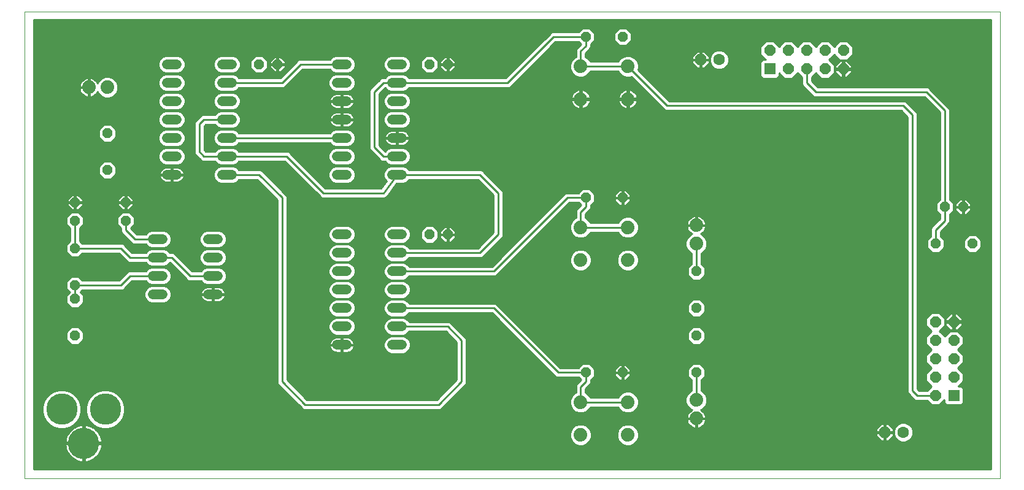
<source format=gtl>
G75*
%MOIN*%
%OFA0B0*%
%FSLAX24Y24*%
%IPPOS*%
%LPD*%
%AMOC8*
5,1,8,0,0,1.08239X$1,22.5*
%
%ADD10C,0.0000*%
%ADD11R,0.0600X0.0600*%
%ADD12OC8,0.0600*%
%ADD13C,0.0520*%
%ADD14C,0.0740*%
%ADD15OC8,0.0520*%
%ADD16OC8,0.0630*%
%ADD17C,0.0630*%
%ADD18C,0.1700*%
%ADD19C,0.0100*%
D10*
X001500Y000100D02*
X001500Y025470D01*
X054492Y025470D01*
X054492Y000100D01*
X001500Y000100D01*
D11*
X042000Y022350D03*
X052000Y004600D03*
D12*
X051000Y004600D03*
X051000Y005600D03*
X052000Y005600D03*
X052000Y006600D03*
X051000Y006600D03*
X051000Y007600D03*
X052000Y007600D03*
X052000Y008600D03*
X051000Y008600D03*
X046000Y022350D03*
X045000Y022350D03*
X044000Y022350D03*
X043000Y022350D03*
X043000Y023350D03*
X042000Y023350D03*
X044000Y023350D03*
X045000Y023350D03*
X046000Y023350D03*
D13*
X022010Y022600D02*
X021490Y022600D01*
X021490Y021600D02*
X022010Y021600D01*
X022010Y020600D02*
X021490Y020600D01*
X021490Y019600D02*
X022010Y019600D01*
X022010Y018600D02*
X021490Y018600D01*
X021490Y017600D02*
X022010Y017600D01*
X022010Y016600D02*
X021490Y016600D01*
X019010Y016600D02*
X018490Y016600D01*
X018490Y017600D02*
X019010Y017600D01*
X019010Y018600D02*
X018490Y018600D01*
X018490Y019600D02*
X019010Y019600D01*
X019010Y020600D02*
X018490Y020600D01*
X018490Y021600D02*
X019010Y021600D01*
X019010Y022600D02*
X018490Y022600D01*
X012760Y022600D02*
X012240Y022600D01*
X012240Y021600D02*
X012760Y021600D01*
X012760Y020600D02*
X012240Y020600D01*
X012240Y019600D02*
X012760Y019600D01*
X012760Y018600D02*
X012240Y018600D01*
X012240Y017600D02*
X012760Y017600D01*
X012760Y016600D02*
X012240Y016600D01*
X009760Y016600D02*
X009240Y016600D01*
X009240Y017600D02*
X009760Y017600D01*
X009760Y018600D02*
X009240Y018600D01*
X009240Y019600D02*
X009760Y019600D01*
X009760Y020600D02*
X009240Y020600D01*
X009240Y021600D02*
X009760Y021600D01*
X009760Y022600D02*
X009240Y022600D01*
X018490Y013350D02*
X019010Y013350D01*
X019010Y012350D02*
X018490Y012350D01*
X018490Y011350D02*
X019010Y011350D01*
X019010Y010350D02*
X018490Y010350D01*
X018490Y009350D02*
X019010Y009350D01*
X019010Y008350D02*
X018490Y008350D01*
X018490Y007350D02*
X019010Y007350D01*
X021490Y007350D02*
X022010Y007350D01*
X022010Y008350D02*
X021490Y008350D01*
X021490Y009350D02*
X022010Y009350D01*
X022010Y010350D02*
X021490Y010350D01*
X021490Y011350D02*
X022010Y011350D01*
X022010Y012350D02*
X021490Y012350D01*
X021490Y013350D02*
X022010Y013350D01*
X012010Y013100D02*
X011490Y013100D01*
X011490Y012100D02*
X012010Y012100D01*
X012010Y011100D02*
X011490Y011100D01*
X011490Y010100D02*
X012010Y010100D01*
X009010Y010100D02*
X008490Y010100D01*
X008490Y011100D02*
X009010Y011100D01*
X009010Y012100D02*
X008490Y012100D01*
X008490Y013100D02*
X009010Y013100D01*
D14*
X006000Y021350D03*
X005000Y021350D03*
X031720Y020710D03*
X034280Y020710D03*
X034280Y022490D03*
X031720Y022490D03*
X038000Y013850D03*
X038000Y012850D03*
X034280Y011960D03*
X031720Y011960D03*
X031720Y013740D03*
X034280Y013740D03*
X038000Y004350D03*
X038000Y003350D03*
X034280Y002460D03*
X031720Y002460D03*
X031720Y004240D03*
X034280Y004240D03*
D15*
X034000Y005850D03*
X032000Y005850D03*
X038000Y005850D03*
X038000Y007850D03*
X038000Y009350D03*
X038000Y011350D03*
X034000Y015350D03*
X032000Y015350D03*
X024500Y013350D03*
X023500Y013350D03*
X007000Y014100D03*
X007000Y015100D03*
X004250Y015100D03*
X004250Y014100D03*
X004250Y012600D03*
X004250Y010600D03*
X004250Y009850D03*
X004250Y007850D03*
X006000Y016850D03*
X006000Y018850D03*
X014250Y022600D03*
X015250Y022600D03*
X023500Y022600D03*
X024500Y022600D03*
X032000Y024100D03*
X034000Y024100D03*
X051500Y014850D03*
X052500Y014850D03*
X053000Y012850D03*
X051000Y012850D03*
D16*
X038250Y022850D03*
X048250Y002600D03*
D17*
X049250Y002600D03*
X039250Y022850D03*
D18*
X005894Y003850D03*
X003531Y003850D03*
X004713Y002000D03*
D19*
X004763Y001972D02*
X031388Y001972D01*
X031391Y001968D02*
X031605Y001880D01*
X031835Y001880D01*
X032049Y001968D01*
X032212Y002131D01*
X032300Y002345D01*
X032300Y002575D01*
X032212Y002789D01*
X032049Y002952D01*
X031835Y003040D01*
X031605Y003040D01*
X031391Y002952D01*
X031228Y002789D01*
X031140Y002575D01*
X031140Y002345D01*
X031228Y002131D01*
X031391Y001968D01*
X031290Y002070D02*
X005711Y002070D01*
X005713Y002056D02*
X005700Y002167D01*
X005675Y002277D01*
X005638Y002383D01*
X005589Y002484D01*
X005529Y002579D01*
X005459Y002667D01*
X005380Y002746D01*
X005292Y002816D01*
X005197Y002876D01*
X005096Y002925D01*
X004990Y002962D01*
X004880Y002987D01*
X004769Y003000D01*
X004763Y003000D01*
X004763Y002050D01*
X005713Y002050D01*
X005713Y002056D01*
X005713Y001950D02*
X004763Y001950D01*
X004763Y002050D01*
X004663Y002050D01*
X004663Y003000D01*
X004656Y003000D01*
X004545Y002987D01*
X004435Y002962D01*
X004329Y002925D01*
X004228Y002876D01*
X004133Y002816D01*
X004045Y002746D01*
X003966Y002667D01*
X003896Y002579D01*
X003836Y002484D01*
X003787Y002383D01*
X003750Y002277D01*
X003725Y002167D01*
X003713Y002056D01*
X003713Y002050D01*
X004663Y002050D01*
X004663Y001950D01*
X004763Y001950D01*
X004763Y001000D01*
X004769Y001000D01*
X004880Y001012D01*
X004990Y001037D01*
X005096Y001074D01*
X005197Y001123D01*
X005292Y001183D01*
X005380Y001253D01*
X005459Y001332D01*
X005529Y001420D01*
X005589Y001515D01*
X005638Y001616D01*
X005675Y001722D01*
X005700Y001832D01*
X005713Y001943D01*
X005713Y001950D01*
X005705Y001873D02*
X054000Y001873D01*
X054000Y001775D02*
X005687Y001775D01*
X005659Y001676D02*
X054000Y001676D01*
X054000Y001578D02*
X005619Y001578D01*
X005567Y001479D02*
X054000Y001479D01*
X054000Y001381D02*
X005498Y001381D01*
X005409Y001282D02*
X054000Y001282D01*
X054000Y001184D02*
X005293Y001184D01*
X005118Y001085D02*
X054000Y001085D01*
X054000Y000987D02*
X002000Y000987D01*
X002000Y001085D02*
X004307Y001085D01*
X004329Y001074D02*
X004435Y001037D01*
X004545Y001012D01*
X004656Y001000D01*
X004663Y001000D01*
X004663Y001950D01*
X003713Y001950D01*
X003713Y001943D01*
X003725Y001832D01*
X003750Y001722D01*
X003787Y001616D01*
X003836Y001515D01*
X003896Y001420D01*
X003966Y001332D01*
X004045Y001253D01*
X004133Y001183D01*
X004228Y001123D01*
X004329Y001074D01*
X004132Y001184D02*
X002000Y001184D01*
X002000Y001282D02*
X004016Y001282D01*
X003927Y001381D02*
X002000Y001381D01*
X002000Y001479D02*
X003859Y001479D01*
X003806Y001578D02*
X002000Y001578D01*
X002000Y001676D02*
X003766Y001676D01*
X003738Y001775D02*
X002000Y001775D01*
X002000Y001873D02*
X003721Y001873D01*
X003714Y002070D02*
X002000Y002070D01*
X002000Y001972D02*
X004663Y001972D01*
X004663Y002070D02*
X004763Y002070D01*
X004763Y002169D02*
X004663Y002169D01*
X004663Y002267D02*
X004763Y002267D01*
X004763Y002366D02*
X004663Y002366D01*
X004663Y002464D02*
X004763Y002464D01*
X004763Y002563D02*
X004663Y002563D01*
X004663Y002661D02*
X004763Y002661D01*
X004763Y002760D02*
X004663Y002760D01*
X004663Y002858D02*
X004763Y002858D01*
X004763Y002957D02*
X004663Y002957D01*
X004420Y002957D02*
X004104Y002957D01*
X004182Y003002D02*
X004380Y003199D01*
X004519Y003441D01*
X004591Y003710D01*
X004591Y003990D01*
X004519Y004259D01*
X004380Y004501D01*
X004182Y004698D01*
X003941Y004838D01*
X003671Y004910D01*
X003392Y004910D01*
X003122Y004838D01*
X002881Y004698D01*
X002683Y004501D01*
X002544Y004259D01*
X002471Y003990D01*
X002471Y003710D01*
X002544Y003441D01*
X002683Y003199D01*
X002881Y003002D01*
X003122Y002862D01*
X003392Y002790D01*
X003671Y002790D01*
X003941Y002862D01*
X004182Y003002D01*
X004236Y003055D02*
X005190Y003055D01*
X005243Y003002D02*
X005485Y002862D01*
X005754Y002790D01*
X006033Y002790D01*
X006303Y002862D01*
X006545Y003002D01*
X006742Y003199D01*
X006881Y003441D01*
X006954Y003710D01*
X006954Y003990D01*
X006881Y004259D01*
X006742Y004501D01*
X006545Y004698D01*
X006303Y004838D01*
X006033Y004910D01*
X005754Y004910D01*
X005485Y004838D01*
X005243Y004698D01*
X005045Y004501D01*
X004906Y004259D01*
X004834Y003990D01*
X004834Y003710D01*
X004906Y003441D01*
X005045Y003199D01*
X005243Y003002D01*
X005321Y002957D02*
X005006Y002957D01*
X005091Y003154D02*
X004334Y003154D01*
X004410Y003252D02*
X005015Y003252D01*
X004958Y003351D02*
X004467Y003351D01*
X004521Y003449D02*
X004904Y003449D01*
X004877Y003548D02*
X004548Y003548D01*
X004574Y003646D02*
X004851Y003646D01*
X004834Y003745D02*
X004591Y003745D01*
X004591Y003843D02*
X004834Y003843D01*
X004834Y003942D02*
X004591Y003942D01*
X004578Y004040D02*
X004847Y004040D01*
X004874Y004139D02*
X004552Y004139D01*
X004525Y004237D02*
X004900Y004237D01*
X004950Y004336D02*
X004475Y004336D01*
X004418Y004434D02*
X005007Y004434D01*
X005077Y004533D02*
X004348Y004533D01*
X004250Y004631D02*
X005176Y004631D01*
X005297Y004730D02*
X004128Y004730D01*
X003958Y004828D02*
X005468Y004828D01*
X006320Y004828D02*
X015654Y004828D01*
X015556Y004927D02*
X002000Y004927D01*
X002000Y005025D02*
X015457Y005025D01*
X015359Y005124D02*
X002000Y005124D01*
X002000Y005222D02*
X015272Y005222D01*
X015280Y005203D02*
X016530Y003953D01*
X016603Y003880D01*
X016698Y003840D01*
X024052Y003840D01*
X024147Y003880D01*
X025397Y005130D01*
X025470Y005203D01*
X025510Y005298D01*
X025510Y007652D01*
X025470Y007747D01*
X024720Y008497D01*
X024647Y008570D01*
X024552Y008610D01*
X022411Y008610D01*
X022408Y008616D01*
X022276Y008748D01*
X022103Y008820D01*
X021397Y008820D01*
X021224Y008748D01*
X021092Y008616D01*
X021020Y008443D01*
X021020Y008257D01*
X021092Y008084D01*
X021224Y007952D01*
X021397Y007880D01*
X022103Y007880D01*
X022276Y007952D01*
X022408Y008084D01*
X022411Y008090D01*
X024392Y008090D01*
X024990Y007492D01*
X024990Y005458D01*
X023892Y004360D01*
X016858Y004360D01*
X015760Y005458D01*
X015760Y015402D01*
X015720Y015497D01*
X015647Y015570D01*
X014397Y016820D01*
X014302Y016860D01*
X013161Y016860D01*
X013158Y016866D01*
X013026Y016998D01*
X012853Y017070D01*
X012147Y017070D01*
X011974Y016998D01*
X011842Y016866D01*
X011770Y016693D01*
X011770Y016507D01*
X011842Y016334D01*
X011974Y016202D01*
X012147Y016130D01*
X012853Y016130D01*
X013026Y016202D01*
X013158Y016334D01*
X013161Y016340D01*
X014142Y016340D01*
X015240Y015242D01*
X015240Y005298D01*
X015280Y005203D01*
X015240Y005321D02*
X002000Y005321D01*
X002000Y005419D02*
X015240Y005419D01*
X015240Y005518D02*
X002000Y005518D01*
X002000Y005616D02*
X015240Y005616D01*
X015240Y005715D02*
X002000Y005715D01*
X002000Y005813D02*
X015240Y005813D01*
X015240Y005912D02*
X002000Y005912D01*
X002000Y006010D02*
X015240Y006010D01*
X015240Y006109D02*
X002000Y006109D01*
X002000Y006207D02*
X015240Y006207D01*
X015240Y006306D02*
X002000Y006306D01*
X002000Y006404D02*
X015240Y006404D01*
X015240Y006503D02*
X002000Y006503D01*
X002000Y006601D02*
X015240Y006601D01*
X015240Y006700D02*
X002000Y006700D01*
X002000Y006798D02*
X015240Y006798D01*
X015240Y006897D02*
X002000Y006897D01*
X002000Y006995D02*
X015240Y006995D01*
X015240Y007094D02*
X002000Y007094D01*
X002000Y007192D02*
X015240Y007192D01*
X015240Y007291D02*
X002000Y007291D01*
X002000Y007389D02*
X004046Y007389D01*
X004055Y007380D02*
X004445Y007380D01*
X004720Y007655D01*
X004720Y008045D01*
X004445Y008320D01*
X004055Y008320D01*
X003780Y008045D01*
X003780Y007655D01*
X004055Y007380D01*
X003948Y007488D02*
X002000Y007488D01*
X002000Y007586D02*
X003849Y007586D01*
X003780Y007685D02*
X002000Y007685D01*
X002000Y007783D02*
X003780Y007783D01*
X003780Y007882D02*
X002000Y007882D01*
X002000Y007980D02*
X003780Y007980D01*
X003814Y008079D02*
X002000Y008079D01*
X002000Y008177D02*
X003912Y008177D01*
X004011Y008276D02*
X002000Y008276D01*
X002000Y008374D02*
X015240Y008374D01*
X015240Y008276D02*
X004489Y008276D01*
X004588Y008177D02*
X015240Y008177D01*
X015240Y008079D02*
X004686Y008079D01*
X004720Y007980D02*
X015240Y007980D01*
X015240Y007882D02*
X004720Y007882D01*
X004720Y007783D02*
X015240Y007783D01*
X015240Y007685D02*
X004720Y007685D01*
X004651Y007586D02*
X015240Y007586D01*
X015240Y007488D02*
X004552Y007488D01*
X004454Y007389D02*
X015240Y007389D01*
X015760Y007389D02*
X018081Y007389D01*
X018080Y007382D02*
X018080Y007380D01*
X018720Y007380D01*
X018720Y007760D01*
X018458Y007760D01*
X018394Y007750D01*
X018333Y007730D01*
X018275Y007701D01*
X018223Y007663D01*
X018177Y007617D01*
X018139Y007565D01*
X018110Y007507D01*
X018090Y007446D01*
X018080Y007382D01*
X018080Y007320D02*
X018080Y007318D01*
X018090Y007254D01*
X018110Y007193D01*
X018139Y007135D01*
X018177Y007083D01*
X018223Y007037D01*
X018275Y006999D01*
X018333Y006970D01*
X018394Y006950D01*
X018458Y006940D01*
X018720Y006940D01*
X018720Y007320D01*
X018780Y007320D01*
X018780Y007380D01*
X018720Y007380D01*
X018720Y007320D01*
X018080Y007320D01*
X018084Y007291D02*
X015760Y007291D01*
X015760Y007192D02*
X018110Y007192D01*
X018170Y007094D02*
X015760Y007094D01*
X015760Y006995D02*
X018284Y006995D01*
X018720Y006995D02*
X018780Y006995D01*
X018780Y006940D02*
X019042Y006940D01*
X019106Y006950D01*
X019167Y006970D01*
X019225Y006999D01*
X019277Y007037D01*
X019323Y007083D01*
X019361Y007135D01*
X019390Y007193D01*
X019410Y007254D01*
X019420Y007318D01*
X019420Y007320D01*
X018780Y007320D01*
X018780Y006940D01*
X018780Y007094D02*
X018720Y007094D01*
X018720Y007192D02*
X018780Y007192D01*
X018780Y007291D02*
X018720Y007291D01*
X018720Y007389D02*
X018780Y007389D01*
X018780Y007380D02*
X018780Y007760D01*
X019042Y007760D01*
X019106Y007750D01*
X019167Y007730D01*
X019225Y007701D01*
X019277Y007663D01*
X019323Y007617D01*
X019361Y007565D01*
X019390Y007507D01*
X019410Y007446D01*
X019420Y007382D01*
X019420Y007380D01*
X018780Y007380D01*
X018780Y007488D02*
X018720Y007488D01*
X018720Y007586D02*
X018780Y007586D01*
X018780Y007685D02*
X018720Y007685D01*
X018397Y007880D02*
X019103Y007880D01*
X019276Y007952D01*
X019408Y008084D01*
X019480Y008257D01*
X019480Y008443D01*
X019408Y008616D01*
X019276Y008748D01*
X019103Y008820D01*
X018397Y008820D01*
X018224Y008748D01*
X018092Y008616D01*
X018020Y008443D01*
X018020Y008257D01*
X018092Y008084D01*
X018224Y007952D01*
X018397Y007880D01*
X018393Y007882D02*
X015760Y007882D01*
X015760Y007980D02*
X018195Y007980D01*
X018097Y008079D02*
X015760Y008079D01*
X015760Y008177D02*
X018053Y008177D01*
X018020Y008276D02*
X015760Y008276D01*
X015760Y008374D02*
X018020Y008374D01*
X018032Y008473D02*
X015760Y008473D01*
X015760Y008571D02*
X018073Y008571D01*
X018145Y008670D02*
X015760Y008670D01*
X015760Y008768D02*
X018271Y008768D01*
X018397Y008880D02*
X019103Y008880D01*
X019276Y008952D01*
X019408Y009084D01*
X019480Y009257D01*
X019480Y009443D01*
X019408Y009616D01*
X019276Y009748D01*
X019103Y009820D01*
X018397Y009820D01*
X018224Y009748D01*
X018092Y009616D01*
X018020Y009443D01*
X018020Y009257D01*
X018092Y009084D01*
X018224Y008952D01*
X018397Y008880D01*
X018210Y008965D02*
X015760Y008965D01*
X015760Y008867D02*
X027116Y008867D01*
X027017Y008965D02*
X022290Y008965D01*
X022276Y008952D02*
X022408Y009084D01*
X022411Y009090D01*
X026892Y009090D01*
X030280Y005703D01*
X030280Y005703D01*
X030353Y005630D01*
X030448Y005590D01*
X031595Y005590D01*
X031734Y005452D01*
X031500Y005217D01*
X031460Y005122D01*
X031460Y004760D01*
X031391Y004732D01*
X031228Y004569D01*
X031140Y004355D01*
X031140Y004125D01*
X031228Y003911D01*
X031391Y003748D01*
X031605Y003660D01*
X031835Y003660D01*
X032049Y003748D01*
X032212Y003911D01*
X032240Y003980D01*
X033760Y003980D01*
X033788Y003911D01*
X033951Y003748D01*
X034165Y003660D01*
X034395Y003660D01*
X034609Y003748D01*
X034772Y003911D01*
X034860Y004125D01*
X034860Y004355D01*
X034772Y004569D01*
X034609Y004732D01*
X034395Y004820D01*
X034165Y004820D01*
X033951Y004732D01*
X033788Y004569D01*
X033760Y004500D01*
X032240Y004500D01*
X032212Y004569D01*
X032049Y004732D01*
X031980Y004760D01*
X031980Y004962D01*
X032147Y005130D01*
X032220Y005203D01*
X032260Y005298D01*
X032260Y005445D01*
X032470Y005655D01*
X032470Y006045D01*
X032195Y006320D01*
X031805Y006320D01*
X031595Y006110D01*
X030608Y006110D01*
X027147Y009570D01*
X027052Y009610D01*
X022411Y009610D01*
X022408Y009616D01*
X022276Y009748D01*
X022103Y009820D01*
X021397Y009820D01*
X021224Y009748D01*
X021092Y009616D01*
X021020Y009443D01*
X021020Y009257D01*
X021092Y009084D01*
X021224Y008952D01*
X021397Y008880D01*
X022103Y008880D01*
X022276Y008952D01*
X022388Y009064D02*
X026919Y009064D01*
X027000Y009350D02*
X030500Y005850D01*
X032000Y005850D01*
X032000Y005350D01*
X031720Y005070D01*
X031720Y004240D01*
X034280Y004240D01*
X034860Y004237D02*
X037420Y004237D01*
X037420Y004235D02*
X037508Y004021D01*
X037671Y003858D01*
X037771Y003817D01*
X037727Y003795D01*
X037661Y003747D01*
X037603Y003689D01*
X037555Y003623D01*
X037518Y003550D01*
X037493Y003472D01*
X037480Y003391D01*
X037480Y003380D01*
X037970Y003380D01*
X037970Y003320D01*
X037480Y003320D01*
X037480Y003309D01*
X037493Y003228D01*
X037518Y003150D01*
X037555Y003077D01*
X037603Y003011D01*
X037661Y002953D01*
X037727Y002905D01*
X037800Y002868D01*
X037878Y002843D01*
X037959Y002830D01*
X037970Y002830D01*
X037970Y003320D01*
X038030Y003320D01*
X038030Y003380D01*
X038520Y003380D01*
X038520Y003391D01*
X038507Y003472D01*
X038482Y003550D01*
X038445Y003623D01*
X038397Y003689D01*
X038339Y003747D01*
X038273Y003795D01*
X038229Y003817D01*
X038329Y003858D01*
X038492Y004021D01*
X038580Y004235D01*
X038580Y004465D01*
X038492Y004679D01*
X038329Y004842D01*
X038260Y004870D01*
X038260Y005445D01*
X038470Y005655D01*
X038470Y006045D01*
X038195Y006320D01*
X037805Y006320D01*
X037530Y006045D01*
X037530Y005655D01*
X037740Y005445D01*
X037740Y004870D01*
X037671Y004842D01*
X037508Y004679D01*
X037420Y004465D01*
X037420Y004235D01*
X037420Y004336D02*
X034860Y004336D01*
X034827Y004434D02*
X037420Y004434D01*
X037448Y004533D02*
X034787Y004533D01*
X034709Y004631D02*
X037489Y004631D01*
X037559Y004730D02*
X034611Y004730D01*
X033949Y004730D02*
X032051Y004730D01*
X031980Y004828D02*
X037658Y004828D01*
X037740Y004927D02*
X031980Y004927D01*
X032043Y005025D02*
X037740Y005025D01*
X037740Y005124D02*
X032141Y005124D01*
X032228Y005222D02*
X037740Y005222D01*
X037740Y005321D02*
X032260Y005321D01*
X032260Y005419D02*
X037740Y005419D01*
X037668Y005518D02*
X034247Y005518D01*
X034170Y005440D02*
X034410Y005680D01*
X034410Y005820D01*
X034030Y005820D01*
X034030Y005880D01*
X034410Y005880D01*
X034410Y006020D01*
X034170Y006260D01*
X034030Y006260D01*
X034030Y005880D01*
X033970Y005880D01*
X033970Y006260D01*
X033830Y006260D01*
X033590Y006020D01*
X033590Y005880D01*
X033970Y005880D01*
X033970Y005820D01*
X034030Y005820D01*
X034030Y005440D01*
X034170Y005440D01*
X034030Y005518D02*
X033970Y005518D01*
X033970Y005440D02*
X033970Y005820D01*
X033590Y005820D01*
X033590Y005680D01*
X033830Y005440D01*
X033970Y005440D01*
X033970Y005616D02*
X034030Y005616D01*
X034030Y005715D02*
X033970Y005715D01*
X033970Y005813D02*
X034030Y005813D01*
X034030Y005912D02*
X033970Y005912D01*
X033970Y006010D02*
X034030Y006010D01*
X034030Y006109D02*
X033970Y006109D01*
X033970Y006207D02*
X034030Y006207D01*
X034223Y006207D02*
X037692Y006207D01*
X037594Y006109D02*
X034321Y006109D01*
X034410Y006010D02*
X037530Y006010D01*
X037530Y005912D02*
X034410Y005912D01*
X034410Y005813D02*
X037530Y005813D01*
X037530Y005715D02*
X034410Y005715D01*
X034346Y005616D02*
X037569Y005616D01*
X038000Y005850D02*
X038000Y004350D01*
X038540Y004139D02*
X050740Y004139D01*
X050789Y004090D02*
X050539Y004340D01*
X049948Y004340D01*
X049853Y004380D01*
X049603Y004630D01*
X049530Y004703D01*
X049490Y004798D01*
X049490Y019742D01*
X049142Y020090D01*
X036368Y020090D01*
X036273Y020130D01*
X034464Y021938D01*
X034395Y021910D01*
X034165Y021910D01*
X033951Y021998D01*
X033788Y022161D01*
X033760Y022230D01*
X032240Y022230D01*
X032212Y022161D01*
X032049Y021998D01*
X031835Y021910D01*
X031605Y021910D01*
X031391Y021998D01*
X031228Y022161D01*
X031140Y022375D01*
X031140Y022605D01*
X031228Y022819D01*
X031391Y022982D01*
X031460Y023010D01*
X031460Y023372D01*
X031500Y023467D01*
X031734Y023702D01*
X031595Y023840D01*
X030358Y023840D01*
X027897Y021380D01*
X027802Y021340D01*
X022411Y021340D01*
X022408Y021334D01*
X022276Y021202D01*
X022103Y021130D01*
X021397Y021130D01*
X021224Y021202D01*
X021097Y021329D01*
X020760Y020992D01*
X020760Y018208D01*
X021097Y017871D01*
X021224Y017998D01*
X021397Y018070D01*
X022103Y018070D01*
X022276Y017998D01*
X022408Y017866D01*
X022480Y017693D01*
X022480Y017507D01*
X022408Y017334D01*
X022276Y017202D01*
X022103Y017130D01*
X021397Y017130D01*
X021224Y017202D01*
X021092Y017334D01*
X021089Y017340D01*
X020948Y017340D01*
X020853Y017380D01*
X020780Y017453D01*
X020280Y017953D01*
X020240Y018048D01*
X020240Y021152D01*
X020280Y021247D01*
X020353Y021320D01*
X020780Y021747D01*
X020780Y021747D01*
X020853Y021820D01*
X020948Y021860D01*
X021089Y021860D01*
X021092Y021866D01*
X021224Y021998D01*
X021397Y022070D01*
X022103Y022070D01*
X022276Y021998D01*
X022408Y021866D01*
X022411Y021860D01*
X027642Y021860D01*
X030030Y024247D01*
X030030Y024247D01*
X030103Y024320D01*
X030198Y024360D01*
X031595Y024360D01*
X031805Y024570D01*
X032195Y024570D01*
X032470Y024295D01*
X032470Y023905D01*
X032260Y023695D01*
X032260Y023548D01*
X032220Y023453D01*
X032147Y023380D01*
X031980Y023212D01*
X031980Y023010D01*
X032049Y022982D01*
X032212Y022819D01*
X032240Y022750D01*
X033760Y022750D01*
X033788Y022819D01*
X033951Y022982D01*
X034165Y023070D01*
X034395Y023070D01*
X034609Y022982D01*
X034772Y022819D01*
X034860Y022605D01*
X034860Y022375D01*
X034832Y022306D01*
X036528Y020610D01*
X049302Y020610D01*
X049397Y020570D01*
X049470Y020497D01*
X049970Y019997D01*
X050010Y019902D01*
X050010Y004958D01*
X050108Y004860D01*
X050539Y004860D01*
X050779Y005100D01*
X050490Y005389D01*
X050490Y005811D01*
X050779Y006100D01*
X050490Y006389D01*
X050490Y006811D01*
X050779Y007100D01*
X050490Y007389D01*
X050010Y007389D01*
X050010Y007291D02*
X050588Y007291D01*
X050490Y007389D02*
X050490Y007811D01*
X050779Y008100D01*
X050490Y008389D01*
X050490Y008811D01*
X050789Y009110D01*
X051211Y009110D01*
X051510Y008811D01*
X051510Y008389D01*
X051221Y008100D01*
X051500Y007821D01*
X051789Y008110D01*
X052211Y008110D01*
X052510Y007811D01*
X052510Y007389D01*
X054000Y007389D01*
X054000Y007291D02*
X052412Y007291D01*
X052510Y007389D02*
X052221Y007100D01*
X052510Y006811D01*
X052510Y006389D01*
X052221Y006100D01*
X052510Y005811D01*
X052510Y005389D01*
X052231Y005110D01*
X052387Y005110D01*
X052510Y004987D01*
X052510Y004213D01*
X052387Y004090D01*
X051613Y004090D01*
X051490Y004213D01*
X051490Y004369D01*
X051211Y004090D01*
X050789Y004090D01*
X050642Y004237D02*
X038580Y004237D01*
X038580Y004336D02*
X050543Y004336D01*
X051000Y004600D02*
X050000Y004600D01*
X049750Y004850D01*
X049750Y019850D01*
X049250Y020350D01*
X036420Y020350D01*
X034280Y022490D01*
X031720Y022490D01*
X031720Y023320D01*
X032000Y023600D01*
X032000Y024100D01*
X030250Y024100D01*
X027750Y021600D01*
X021750Y021600D01*
X021000Y021600D01*
X020500Y021100D01*
X020500Y018100D01*
X021000Y017600D01*
X021750Y017600D01*
X022129Y017141D02*
X049490Y017141D01*
X049490Y017239D02*
X022314Y017239D01*
X022410Y017338D02*
X049490Y017338D01*
X049490Y017436D02*
X022451Y017436D01*
X022480Y017535D02*
X049490Y017535D01*
X049490Y017633D02*
X022480Y017633D01*
X022464Y017732D02*
X049490Y017732D01*
X049490Y017830D02*
X022423Y017830D01*
X022346Y017929D02*
X049490Y017929D01*
X049490Y018027D02*
X022207Y018027D01*
X022167Y018220D02*
X022225Y018249D01*
X022277Y018287D01*
X022323Y018333D01*
X022361Y018385D01*
X022390Y018443D01*
X022410Y018504D01*
X022420Y018568D01*
X022420Y018570D01*
X021780Y018570D01*
X021780Y018630D01*
X021720Y018630D01*
X021720Y019010D01*
X021458Y019010D01*
X021394Y019000D01*
X021333Y018980D01*
X021275Y018951D01*
X021223Y018913D01*
X021177Y018867D01*
X021139Y018815D01*
X021110Y018757D01*
X021090Y018696D01*
X021080Y018632D01*
X021080Y018630D01*
X021720Y018630D01*
X021720Y018570D01*
X021780Y018570D01*
X021780Y018190D01*
X022042Y018190D01*
X022106Y018200D01*
X022167Y018220D01*
X022175Y018224D02*
X049490Y018224D01*
X049490Y018126D02*
X020842Y018126D01*
X020760Y018224D02*
X021325Y018224D01*
X021333Y018220D02*
X021394Y018200D01*
X021458Y018190D01*
X021720Y018190D01*
X021720Y018570D01*
X021080Y018570D01*
X021080Y018568D01*
X021090Y018504D01*
X021110Y018443D01*
X021139Y018385D01*
X021177Y018333D01*
X021223Y018287D01*
X021275Y018249D01*
X021333Y018220D01*
X021188Y018323D02*
X020760Y018323D01*
X020760Y018421D02*
X021121Y018421D01*
X021088Y018520D02*
X020760Y018520D01*
X020760Y018618D02*
X021720Y018618D01*
X021780Y018618D02*
X049490Y018618D01*
X049490Y018520D02*
X022412Y018520D01*
X022379Y018421D02*
X049490Y018421D01*
X049490Y018323D02*
X022312Y018323D01*
X022420Y018630D02*
X021780Y018630D01*
X021780Y019010D01*
X022042Y019010D01*
X022106Y019000D01*
X022167Y018980D01*
X022225Y018951D01*
X022277Y018913D01*
X022323Y018867D01*
X022361Y018815D01*
X022390Y018757D01*
X022410Y018696D01*
X022420Y018632D01*
X022420Y018630D01*
X022403Y018717D02*
X049490Y018717D01*
X049490Y018815D02*
X022361Y018815D01*
X022276Y018914D02*
X049490Y018914D01*
X049490Y019012D02*
X020760Y019012D01*
X020760Y018914D02*
X021224Y018914D01*
X021139Y018815D02*
X020760Y018815D01*
X020760Y018717D02*
X021097Y018717D01*
X021224Y019202D02*
X021397Y019130D01*
X022103Y019130D01*
X022276Y019202D01*
X022408Y019334D01*
X022480Y019507D01*
X022480Y019693D01*
X022408Y019866D01*
X022276Y019998D01*
X022103Y020070D01*
X021397Y020070D01*
X021224Y019998D01*
X021092Y019866D01*
X021020Y019693D01*
X021020Y019507D01*
X021092Y019334D01*
X021224Y019202D01*
X021216Y019209D02*
X020760Y019209D01*
X020760Y019111D02*
X049490Y019111D01*
X049490Y019209D02*
X022284Y019209D01*
X022382Y019308D02*
X049490Y019308D01*
X049490Y019406D02*
X022438Y019406D01*
X022479Y019505D02*
X049490Y019505D01*
X049490Y019603D02*
X022480Y019603D01*
X022477Y019702D02*
X049490Y019702D01*
X049432Y019800D02*
X022436Y019800D01*
X022376Y019899D02*
X049334Y019899D01*
X049235Y019997D02*
X022278Y019997D01*
X022258Y020194D02*
X031654Y020194D01*
X031670Y020194D02*
X031770Y020194D01*
X031770Y020191D02*
X031842Y020203D01*
X031920Y020228D01*
X031993Y020265D01*
X032059Y020313D01*
X032117Y020371D01*
X032165Y020437D01*
X032202Y020510D01*
X032227Y020588D01*
X033773Y020588D01*
X033798Y020510D01*
X033835Y020437D01*
X033883Y020371D01*
X033941Y020313D01*
X034007Y020265D01*
X034080Y020228D01*
X034158Y020203D01*
X034230Y020191D01*
X034230Y020660D01*
X034330Y020660D01*
X034330Y020760D01*
X034799Y020760D01*
X034787Y020832D01*
X034762Y020910D01*
X034725Y020983D01*
X034677Y021049D01*
X034619Y021107D01*
X034553Y021155D01*
X034480Y021192D01*
X034402Y021217D01*
X034330Y021229D01*
X034330Y020760D01*
X034230Y020760D01*
X034230Y021229D01*
X034158Y021217D01*
X034080Y021192D01*
X034007Y021155D01*
X033941Y021107D01*
X033883Y021049D01*
X033835Y020983D01*
X033798Y020910D01*
X033773Y020832D01*
X033761Y020760D01*
X034230Y020760D01*
X034230Y020660D01*
X033761Y020660D01*
X033773Y020588D01*
X033809Y020490D02*
X032191Y020490D01*
X032227Y020588D02*
X032239Y020660D01*
X031770Y020660D01*
X031770Y020760D01*
X032239Y020760D01*
X032227Y020832D01*
X032202Y020910D01*
X032165Y020983D01*
X032117Y021049D01*
X032059Y021107D01*
X031993Y021155D01*
X031920Y021192D01*
X031842Y021217D01*
X031770Y021229D01*
X031770Y020760D01*
X031670Y020760D01*
X031670Y021229D01*
X031598Y021217D01*
X031520Y021192D01*
X031447Y021155D01*
X031381Y021107D01*
X031323Y021049D01*
X031275Y020983D01*
X031238Y020910D01*
X031213Y020832D01*
X031201Y020760D01*
X031670Y020760D01*
X031670Y020660D01*
X031770Y020660D01*
X031770Y020191D01*
X031786Y020194D02*
X034214Y020194D01*
X034230Y020194D02*
X034330Y020194D01*
X034330Y020191D02*
X034402Y020203D01*
X034480Y020228D01*
X034553Y020265D01*
X034619Y020313D01*
X034677Y020371D01*
X034725Y020437D01*
X034762Y020510D01*
X034787Y020588D01*
X035814Y020588D01*
X035716Y020687D02*
X034330Y020687D01*
X034330Y020660D02*
X034799Y020660D01*
X034787Y020588D01*
X034751Y020490D02*
X035913Y020490D01*
X036011Y020391D02*
X034691Y020391D01*
X034590Y020293D02*
X036110Y020293D01*
X036208Y020194D02*
X034346Y020194D01*
X034330Y020191D02*
X034330Y020660D01*
X034330Y020588D02*
X034230Y020588D01*
X034230Y020490D02*
X034330Y020490D01*
X034330Y020391D02*
X034230Y020391D01*
X034230Y020293D02*
X034330Y020293D01*
X033970Y020293D02*
X032030Y020293D01*
X032131Y020391D02*
X033869Y020391D01*
X034230Y020687D02*
X031770Y020687D01*
X031770Y020785D02*
X031670Y020785D01*
X031670Y020687D02*
X022480Y020687D01*
X022480Y020693D02*
X022408Y020866D01*
X022276Y020998D01*
X022103Y021070D01*
X021397Y021070D01*
X021224Y020998D01*
X021092Y020866D01*
X021020Y020693D01*
X021020Y020507D01*
X021092Y020334D01*
X021224Y020202D01*
X021397Y020130D01*
X022103Y020130D01*
X022276Y020202D01*
X022408Y020334D01*
X022480Y020507D01*
X022480Y020693D01*
X022442Y020785D02*
X031205Y020785D01*
X031230Y020884D02*
X022391Y020884D01*
X022293Y020982D02*
X031275Y020982D01*
X031355Y021081D02*
X020848Y021081D01*
X020760Y020982D02*
X021207Y020982D01*
X021109Y020884D02*
X020760Y020884D01*
X020760Y020785D02*
X021058Y020785D01*
X021020Y020687D02*
X020760Y020687D01*
X020760Y020588D02*
X021020Y020588D01*
X021027Y020490D02*
X020760Y020490D01*
X020760Y020391D02*
X021068Y020391D01*
X021133Y020293D02*
X020760Y020293D01*
X020760Y020194D02*
X021242Y020194D01*
X021222Y019997D02*
X020760Y019997D01*
X020760Y019899D02*
X021124Y019899D01*
X021064Y019800D02*
X020760Y019800D01*
X020760Y019702D02*
X021023Y019702D01*
X021020Y019603D02*
X020760Y019603D01*
X020760Y019505D02*
X021021Y019505D01*
X021062Y019406D02*
X020760Y019406D01*
X020760Y019308D02*
X021118Y019308D01*
X020240Y019308D02*
X019297Y019308D01*
X019277Y019287D02*
X019323Y019333D01*
X019361Y019385D01*
X019390Y019443D01*
X019410Y019504D01*
X019420Y019568D01*
X019420Y019570D01*
X018780Y019570D01*
X018780Y019630D01*
X018720Y019630D01*
X018720Y020010D01*
X018458Y020010D01*
X018394Y020000D01*
X018333Y019980D01*
X018275Y019951D01*
X018223Y019913D01*
X018177Y019867D01*
X018139Y019815D01*
X018110Y019757D01*
X018090Y019696D01*
X018080Y019632D01*
X018080Y019630D01*
X018720Y019630D01*
X018720Y019570D01*
X018780Y019570D01*
X018780Y019190D01*
X019042Y019190D01*
X019106Y019200D01*
X019167Y019220D01*
X019225Y019249D01*
X019277Y019287D01*
X019371Y019406D02*
X020240Y019406D01*
X020240Y019505D02*
X019410Y019505D01*
X019420Y019630D02*
X019420Y019632D01*
X019410Y019696D01*
X019390Y019757D01*
X019361Y019815D01*
X019323Y019867D01*
X019277Y019913D01*
X019225Y019951D01*
X019167Y019980D01*
X019106Y020000D01*
X019042Y020010D01*
X018780Y020010D01*
X018780Y019630D01*
X019420Y019630D01*
X019408Y019702D02*
X020240Y019702D01*
X020240Y019800D02*
X019368Y019800D01*
X019291Y019899D02*
X020240Y019899D01*
X020240Y019997D02*
X019115Y019997D01*
X019068Y020194D02*
X020240Y020194D01*
X020240Y020096D02*
X002000Y020096D01*
X002000Y020194D02*
X008992Y020194D01*
X008974Y020202D02*
X009147Y020130D01*
X009853Y020130D01*
X010026Y020202D01*
X010158Y020334D01*
X010230Y020507D01*
X010230Y020693D01*
X010158Y020866D01*
X010026Y020998D01*
X009853Y021070D01*
X009147Y021070D01*
X008974Y020998D01*
X008842Y020866D01*
X008770Y020693D01*
X008770Y020507D01*
X008842Y020334D01*
X008974Y020202D01*
X008883Y020293D02*
X002000Y020293D01*
X002000Y020391D02*
X008818Y020391D01*
X008777Y020490D02*
X002000Y020490D01*
X002000Y020588D02*
X008770Y020588D01*
X008770Y020687D02*
X002000Y020687D01*
X002000Y020785D02*
X005848Y020785D01*
X005885Y020770D02*
X006115Y020770D01*
X006329Y020858D01*
X006492Y021021D01*
X006580Y021235D01*
X006580Y021465D01*
X006492Y021679D01*
X006329Y021842D01*
X006115Y021930D01*
X005885Y021930D01*
X005671Y021842D01*
X005508Y021679D01*
X005467Y021579D01*
X005445Y021623D01*
X005397Y021689D01*
X005339Y021747D01*
X005273Y021795D01*
X005200Y021832D01*
X005122Y021857D01*
X005041Y021870D01*
X005030Y021870D01*
X005030Y021380D01*
X004970Y021380D01*
X004970Y021870D01*
X004959Y021870D01*
X004878Y021857D01*
X004800Y021832D01*
X004727Y021795D01*
X004661Y021747D01*
X004603Y021689D01*
X004555Y021623D01*
X004518Y021550D01*
X004493Y021472D01*
X004480Y021391D01*
X004480Y021380D01*
X004970Y021380D01*
X004970Y021320D01*
X005030Y021320D01*
X005030Y020830D01*
X005041Y020830D01*
X005122Y020843D01*
X005200Y020868D01*
X005273Y020905D01*
X005339Y020953D01*
X005397Y021011D01*
X005445Y021077D01*
X005467Y021121D01*
X005508Y021021D01*
X005671Y020858D01*
X005885Y020770D01*
X005646Y020884D02*
X005230Y020884D01*
X005367Y020982D02*
X005548Y020982D01*
X005484Y021081D02*
X005446Y021081D01*
X005030Y021081D02*
X004970Y021081D01*
X004970Y021179D02*
X005030Y021179D01*
X005030Y021278D02*
X004970Y021278D01*
X004970Y021320D02*
X004970Y020830D01*
X004959Y020830D01*
X004878Y020843D01*
X004800Y020868D01*
X004727Y020905D01*
X004661Y020953D01*
X004603Y021011D01*
X004555Y021077D01*
X004518Y021150D01*
X004493Y021228D01*
X004480Y021309D01*
X004480Y021320D01*
X004970Y021320D01*
X004970Y021376D02*
X002000Y021376D01*
X002000Y021278D02*
X004485Y021278D01*
X004509Y021179D02*
X002000Y021179D01*
X002000Y021081D02*
X004554Y021081D01*
X004633Y020982D02*
X002000Y020982D01*
X002000Y020884D02*
X004770Y020884D01*
X004970Y020884D02*
X005030Y020884D01*
X005030Y020982D02*
X004970Y020982D01*
X004970Y021475D02*
X005030Y021475D01*
X005030Y021573D02*
X004970Y021573D01*
X004970Y021672D02*
X005030Y021672D01*
X005030Y021770D02*
X004970Y021770D01*
X004970Y021869D02*
X005030Y021869D01*
X005050Y021869D02*
X005736Y021869D01*
X005600Y021770D02*
X005307Y021770D01*
X005409Y021672D02*
X005505Y021672D01*
X004950Y021869D02*
X002000Y021869D01*
X002000Y021967D02*
X008942Y021967D01*
X008974Y021998D02*
X008842Y021866D01*
X008770Y021693D01*
X008770Y021507D01*
X008842Y021334D01*
X008974Y021202D01*
X009147Y021130D01*
X009853Y021130D01*
X010026Y021202D01*
X010158Y021334D01*
X010230Y021507D01*
X010230Y021693D01*
X010158Y021866D01*
X010026Y021998D01*
X009853Y022070D01*
X009147Y022070D01*
X008974Y021998D01*
X009136Y022066D02*
X002000Y022066D01*
X002000Y022164D02*
X009064Y022164D01*
X009147Y022130D02*
X009853Y022130D01*
X010026Y022202D01*
X010158Y022334D01*
X010230Y022507D01*
X010230Y022693D01*
X010158Y022866D01*
X010026Y022998D01*
X009853Y023070D01*
X009147Y023070D01*
X008974Y022998D01*
X008842Y022866D01*
X008770Y022693D01*
X008770Y022507D01*
X008842Y022334D01*
X008974Y022202D01*
X009147Y022130D01*
X008913Y022263D02*
X002000Y022263D01*
X002000Y022361D02*
X008830Y022361D01*
X008789Y022460D02*
X002000Y022460D01*
X002000Y022558D02*
X008770Y022558D01*
X008770Y022657D02*
X002000Y022657D01*
X002000Y022755D02*
X008796Y022755D01*
X008836Y022854D02*
X002000Y022854D01*
X002000Y022952D02*
X008927Y022952D01*
X009100Y023051D02*
X002000Y023051D01*
X002000Y023149D02*
X028931Y023149D01*
X028833Y023051D02*
X023714Y023051D01*
X023695Y023070D02*
X023305Y023070D01*
X023030Y022795D01*
X023030Y022405D01*
X023305Y022130D01*
X023695Y022130D01*
X023970Y022405D01*
X023970Y022795D01*
X023695Y023070D01*
X023813Y022952D02*
X024272Y022952D01*
X024330Y023010D02*
X024090Y022770D01*
X024090Y022630D01*
X024470Y022630D01*
X024470Y023010D01*
X024330Y023010D01*
X024470Y022952D02*
X024530Y022952D01*
X024530Y023010D02*
X024670Y023010D01*
X024910Y022770D01*
X024910Y022630D01*
X024530Y022630D01*
X024530Y022570D01*
X024910Y022570D01*
X024910Y022430D01*
X024670Y022190D01*
X024530Y022190D01*
X024530Y022570D01*
X024470Y022570D01*
X024470Y022190D01*
X024330Y022190D01*
X024090Y022430D01*
X024090Y022570D01*
X024470Y022570D01*
X024470Y022630D01*
X024530Y022630D01*
X024530Y023010D01*
X024530Y022854D02*
X024470Y022854D01*
X024470Y022755D02*
X024530Y022755D01*
X024530Y022657D02*
X024470Y022657D01*
X024470Y022558D02*
X024530Y022558D01*
X024530Y022460D02*
X024470Y022460D01*
X024470Y022361D02*
X024530Y022361D01*
X024530Y022263D02*
X024470Y022263D01*
X024258Y022263D02*
X023827Y022263D01*
X023926Y022361D02*
X024159Y022361D01*
X024090Y022460D02*
X023970Y022460D01*
X023970Y022558D02*
X024090Y022558D01*
X024090Y022657D02*
X023970Y022657D01*
X023970Y022755D02*
X024090Y022755D01*
X024174Y022854D02*
X023911Y022854D01*
X023286Y023051D02*
X022150Y023051D01*
X022103Y023070D02*
X021397Y023070D01*
X021224Y022998D01*
X021092Y022866D01*
X021020Y022693D01*
X021020Y022507D01*
X021092Y022334D01*
X021224Y022202D01*
X021397Y022130D01*
X022103Y022130D01*
X022276Y022202D01*
X022408Y022334D01*
X022480Y022507D01*
X022480Y022693D01*
X022408Y022866D01*
X022276Y022998D01*
X022103Y023070D01*
X022323Y022952D02*
X023187Y022952D01*
X023089Y022854D02*
X022414Y022854D01*
X022454Y022755D02*
X023030Y022755D01*
X023030Y022657D02*
X022480Y022657D01*
X022480Y022558D02*
X023030Y022558D01*
X023030Y022460D02*
X022461Y022460D01*
X022420Y022361D02*
X023074Y022361D01*
X023173Y022263D02*
X022337Y022263D01*
X022186Y022164D02*
X023271Y022164D01*
X023729Y022164D02*
X027946Y022164D01*
X027848Y022066D02*
X022114Y022066D01*
X022308Y021967D02*
X027749Y021967D01*
X027651Y021869D02*
X022406Y021869D01*
X022352Y021278D02*
X035125Y021278D01*
X035026Y021376D02*
X027889Y021376D01*
X027992Y021475D02*
X034928Y021475D01*
X034829Y021573D02*
X028091Y021573D01*
X028189Y021672D02*
X034731Y021672D01*
X034632Y021770D02*
X028288Y021770D01*
X028386Y021869D02*
X034534Y021869D01*
X034027Y021967D02*
X031973Y021967D01*
X032116Y022066D02*
X033884Y022066D01*
X033787Y022164D02*
X032213Y022164D01*
X032238Y022755D02*
X033762Y022755D01*
X033823Y022854D02*
X032177Y022854D01*
X032078Y022952D02*
X033922Y022952D01*
X034118Y023051D02*
X031980Y023051D01*
X031980Y023149D02*
X037891Y023149D01*
X037793Y023051D02*
X034442Y023051D01*
X034638Y022952D02*
X037785Y022952D01*
X037785Y022880D02*
X038220Y022880D01*
X038220Y023315D01*
X038057Y023315D01*
X037785Y023043D01*
X037785Y022880D01*
X037785Y022820D02*
X037785Y022657D01*
X038057Y022385D01*
X038220Y022385D01*
X038220Y022820D01*
X038280Y022820D01*
X038280Y022880D01*
X038715Y022880D01*
X038715Y023043D01*
X038443Y023315D01*
X038280Y023315D01*
X038280Y022880D01*
X038220Y022880D01*
X038220Y022820D01*
X037785Y022820D01*
X037785Y022755D02*
X034798Y022755D01*
X034839Y022657D02*
X037786Y022657D01*
X037884Y022558D02*
X034860Y022558D01*
X034860Y022460D02*
X037983Y022460D01*
X038220Y022460D02*
X038280Y022460D01*
X038280Y022385D02*
X038443Y022385D01*
X038715Y022657D01*
X038715Y022820D01*
X038280Y022820D01*
X038280Y022385D01*
X038280Y022558D02*
X038220Y022558D01*
X038220Y022657D02*
X038280Y022657D01*
X038280Y022755D02*
X038220Y022755D01*
X038220Y022854D02*
X034737Y022854D01*
X034854Y022361D02*
X039059Y022361D01*
X039146Y022325D02*
X039354Y022325D01*
X039547Y022405D01*
X039695Y022553D01*
X039775Y022746D01*
X039775Y022954D01*
X039695Y023147D01*
X039547Y023295D01*
X039354Y023375D01*
X039146Y023375D01*
X038953Y023295D01*
X038805Y023147D01*
X038725Y022954D01*
X038725Y022746D01*
X038805Y022553D01*
X038953Y022405D01*
X039146Y022325D01*
X038898Y022460D02*
X038517Y022460D01*
X038616Y022558D02*
X038803Y022558D01*
X038762Y022657D02*
X038714Y022657D01*
X038715Y022755D02*
X038725Y022755D01*
X038725Y022854D02*
X038280Y022854D01*
X038280Y022952D02*
X038220Y022952D01*
X038220Y023051D02*
X038280Y023051D01*
X038280Y023149D02*
X038220Y023149D01*
X038220Y023248D02*
X038280Y023248D01*
X038510Y023248D02*
X038905Y023248D01*
X038807Y023149D02*
X038609Y023149D01*
X038707Y023051D02*
X038765Y023051D01*
X038725Y022952D02*
X038715Y022952D01*
X037990Y023248D02*
X032015Y023248D01*
X032114Y023346D02*
X039076Y023346D01*
X039424Y023346D02*
X041490Y023346D01*
X041490Y023248D02*
X039595Y023248D01*
X039693Y023149D02*
X041490Y023149D01*
X041490Y023139D02*
X041769Y022860D01*
X041613Y022860D01*
X041490Y022737D01*
X041490Y021963D01*
X041613Y021840D01*
X042387Y021840D01*
X042510Y021963D01*
X042510Y022119D01*
X042789Y021840D01*
X043211Y021840D01*
X043500Y022129D01*
X043740Y021889D01*
X043740Y021548D01*
X043780Y021453D01*
X043853Y021380D01*
X044353Y020880D01*
X044448Y020840D01*
X050392Y020840D01*
X051240Y019992D01*
X051240Y015255D01*
X051030Y015045D01*
X051030Y014655D01*
X051240Y014445D01*
X051240Y014208D01*
X050853Y013820D01*
X050780Y013747D01*
X050740Y013652D01*
X050740Y013255D01*
X050530Y013045D01*
X050530Y012655D01*
X050805Y012380D01*
X051195Y012380D01*
X051470Y012655D01*
X051470Y013045D01*
X051260Y013255D01*
X051260Y013492D01*
X051720Y013953D01*
X051760Y014048D01*
X051760Y014445D01*
X051970Y014655D01*
X051970Y015045D01*
X051760Y015255D01*
X051760Y020152D01*
X051720Y020247D01*
X050720Y021247D01*
X050647Y021320D01*
X050552Y021360D01*
X044608Y021360D01*
X044260Y021708D01*
X044260Y021889D01*
X044500Y022129D01*
X044789Y021840D01*
X045211Y021840D01*
X045510Y022139D01*
X045510Y022561D01*
X045221Y022850D01*
X045500Y023129D01*
X045789Y022840D01*
X046211Y022840D01*
X046510Y023139D01*
X046510Y023561D01*
X046211Y023860D01*
X045789Y023860D01*
X045500Y023571D01*
X045211Y023860D01*
X044789Y023860D01*
X044500Y023571D01*
X044211Y023860D01*
X043789Y023860D01*
X043500Y023571D01*
X043211Y023860D01*
X042789Y023860D01*
X042500Y023571D01*
X042211Y023860D01*
X041789Y023860D01*
X041490Y023561D01*
X041490Y023139D01*
X041578Y023051D02*
X039735Y023051D01*
X039775Y022952D02*
X041677Y022952D01*
X041607Y022854D02*
X039775Y022854D01*
X039775Y022755D02*
X041508Y022755D01*
X041490Y022657D02*
X039738Y022657D01*
X039697Y022558D02*
X041490Y022558D01*
X041490Y022460D02*
X039602Y022460D01*
X039441Y022361D02*
X041490Y022361D01*
X041490Y022263D02*
X034875Y022263D01*
X034974Y022164D02*
X041490Y022164D01*
X041490Y022066D02*
X035072Y022066D01*
X035171Y021967D02*
X041490Y021967D01*
X041584Y021869D02*
X035269Y021869D01*
X035368Y021770D02*
X043740Y021770D01*
X043740Y021672D02*
X035466Y021672D01*
X035565Y021573D02*
X043740Y021573D01*
X043771Y021475D02*
X035663Y021475D01*
X035762Y021376D02*
X043856Y021376D01*
X043955Y021278D02*
X035860Y021278D01*
X035959Y021179D02*
X044053Y021179D01*
X044152Y021081D02*
X036057Y021081D01*
X036156Y020982D02*
X044250Y020982D01*
X044349Y020884D02*
X036254Y020884D01*
X036353Y020785D02*
X050447Y020785D01*
X050546Y020687D02*
X036451Y020687D01*
X035617Y020785D02*
X034795Y020785D01*
X034770Y020884D02*
X035519Y020884D01*
X035420Y020982D02*
X034725Y020982D01*
X034645Y021081D02*
X035322Y021081D01*
X035223Y021179D02*
X034505Y021179D01*
X034330Y021179D02*
X034230Y021179D01*
X034230Y021081D02*
X034330Y021081D01*
X034330Y020982D02*
X034230Y020982D01*
X034230Y020884D02*
X034330Y020884D01*
X034330Y020785D02*
X034230Y020785D01*
X034055Y021179D02*
X031945Y021179D01*
X032085Y021081D02*
X033915Y021081D01*
X033835Y020982D02*
X032165Y020982D01*
X032210Y020884D02*
X033790Y020884D01*
X033765Y020785D02*
X032235Y020785D01*
X031770Y020884D02*
X031670Y020884D01*
X031670Y020982D02*
X031770Y020982D01*
X031770Y021081D02*
X031670Y021081D01*
X031670Y021179D02*
X031770Y021179D01*
X031495Y021179D02*
X022222Y021179D01*
X022480Y020588D02*
X031213Y020588D01*
X031238Y020510D01*
X031275Y020437D01*
X031323Y020371D01*
X031381Y020313D01*
X031447Y020265D01*
X031520Y020228D01*
X031598Y020203D01*
X031670Y020191D01*
X031670Y020660D01*
X031201Y020660D01*
X031213Y020588D01*
X031249Y020490D02*
X022473Y020490D01*
X022432Y020391D02*
X031309Y020391D01*
X031410Y020293D02*
X022367Y020293D01*
X020760Y020096D02*
X036355Y020096D01*
X031770Y020293D02*
X031670Y020293D01*
X031670Y020391D02*
X031770Y020391D01*
X031770Y020490D02*
X031670Y020490D01*
X031670Y020588D02*
X031770Y020588D01*
X031467Y021967D02*
X028485Y021967D01*
X028583Y022066D02*
X031324Y022066D01*
X031227Y022164D02*
X028682Y022164D01*
X028780Y022263D02*
X031186Y022263D01*
X031146Y022361D02*
X028879Y022361D01*
X028977Y022460D02*
X031140Y022460D01*
X031140Y022558D02*
X029076Y022558D01*
X029174Y022657D02*
X031161Y022657D01*
X031202Y022755D02*
X029273Y022755D01*
X029371Y022854D02*
X031263Y022854D01*
X031362Y022952D02*
X029470Y022952D01*
X029568Y023051D02*
X031460Y023051D01*
X031460Y023149D02*
X029667Y023149D01*
X029765Y023248D02*
X031460Y023248D01*
X031460Y023346D02*
X029864Y023346D01*
X029962Y023445D02*
X031490Y023445D01*
X031575Y023543D02*
X030061Y023543D01*
X030159Y023642D02*
X031674Y023642D01*
X031695Y023740D02*
X030258Y023740D01*
X030356Y023839D02*
X031597Y023839D01*
X031665Y024430D02*
X002000Y024430D01*
X002000Y024528D02*
X031763Y024528D01*
X032237Y024528D02*
X033763Y024528D01*
X033805Y024570D02*
X033530Y024295D01*
X033530Y023905D01*
X033805Y023630D01*
X034195Y023630D01*
X034470Y023905D01*
X034470Y024295D01*
X034195Y024570D01*
X033805Y024570D01*
X033665Y024430D02*
X032335Y024430D01*
X032434Y024331D02*
X033566Y024331D01*
X033530Y024233D02*
X032470Y024233D01*
X032470Y024134D02*
X033530Y024134D01*
X033530Y024036D02*
X032470Y024036D01*
X032470Y023937D02*
X033530Y023937D01*
X033597Y023839D02*
X032403Y023839D01*
X032305Y023740D02*
X033695Y023740D01*
X033794Y023642D02*
X032260Y023642D01*
X032258Y023543D02*
X041490Y023543D01*
X041490Y023445D02*
X032212Y023445D01*
X034206Y023642D02*
X041570Y023642D01*
X041669Y023740D02*
X034305Y023740D01*
X034403Y023839D02*
X041767Y023839D01*
X042233Y023839D02*
X042767Y023839D01*
X042669Y023740D02*
X042331Y023740D01*
X042430Y023642D02*
X042570Y023642D01*
X043233Y023839D02*
X043767Y023839D01*
X043669Y023740D02*
X043331Y023740D01*
X043430Y023642D02*
X043570Y023642D01*
X044233Y023839D02*
X044767Y023839D01*
X044669Y023740D02*
X044331Y023740D01*
X044430Y023642D02*
X044570Y023642D01*
X045233Y023839D02*
X045767Y023839D01*
X045669Y023740D02*
X045331Y023740D01*
X045430Y023642D02*
X045570Y023642D01*
X046233Y023839D02*
X054000Y023839D01*
X054000Y023937D02*
X034470Y023937D01*
X034470Y024036D02*
X054000Y024036D01*
X054000Y024134D02*
X034470Y024134D01*
X034470Y024233D02*
X054000Y024233D01*
X054000Y024331D02*
X034434Y024331D01*
X034335Y024430D02*
X054000Y024430D01*
X054000Y024528D02*
X034237Y024528D01*
X030128Y024331D02*
X002000Y024331D01*
X002000Y024233D02*
X030015Y024233D01*
X029916Y024134D02*
X002000Y024134D01*
X002000Y024036D02*
X029818Y024036D01*
X029719Y023937D02*
X002000Y023937D01*
X002000Y023839D02*
X029621Y023839D01*
X029522Y023740D02*
X002000Y023740D01*
X002000Y023642D02*
X029424Y023642D01*
X029325Y023543D02*
X002000Y023543D01*
X002000Y023445D02*
X029227Y023445D01*
X029128Y023346D02*
X002000Y023346D01*
X002000Y023248D02*
X029030Y023248D01*
X028734Y022952D02*
X024728Y022952D01*
X024826Y022854D02*
X028636Y022854D01*
X028537Y022755D02*
X024910Y022755D01*
X024910Y022657D02*
X028439Y022657D01*
X028340Y022558D02*
X024910Y022558D01*
X024910Y022460D02*
X028242Y022460D01*
X028143Y022361D02*
X024841Y022361D01*
X024742Y022263D02*
X028045Y022263D01*
X021386Y022066D02*
X019114Y022066D01*
X019103Y022070D02*
X019276Y021998D01*
X019408Y021866D01*
X019480Y021693D01*
X019480Y021507D01*
X019408Y021334D01*
X019276Y021202D01*
X019103Y021130D01*
X018397Y021130D01*
X018224Y021202D01*
X018092Y021334D01*
X018020Y021507D01*
X018020Y021693D01*
X018092Y021866D01*
X018224Y021998D01*
X018397Y022070D01*
X019103Y022070D01*
X019103Y022130D02*
X019276Y022202D01*
X019408Y022334D01*
X019480Y022507D01*
X019480Y022693D01*
X019408Y022866D01*
X019276Y022998D01*
X019103Y023070D01*
X018397Y023070D01*
X018224Y022998D01*
X018092Y022866D01*
X018089Y022860D01*
X016448Y022860D01*
X016353Y022820D01*
X016280Y022747D01*
X015392Y021860D01*
X013161Y021860D01*
X013158Y021866D01*
X013026Y021998D01*
X012853Y022070D01*
X012147Y022070D01*
X011974Y021998D01*
X011842Y021866D01*
X011770Y021693D01*
X011770Y021507D01*
X011842Y021334D01*
X011974Y021202D01*
X012147Y021130D01*
X012853Y021130D01*
X013026Y021202D01*
X013158Y021334D01*
X013161Y021340D01*
X015552Y021340D01*
X015647Y021380D01*
X016608Y022340D01*
X018089Y022340D01*
X018092Y022334D01*
X018224Y022202D01*
X018397Y022130D01*
X019103Y022130D01*
X019186Y022164D02*
X021314Y022164D01*
X021163Y022263D02*
X019337Y022263D01*
X019420Y022361D02*
X021080Y022361D01*
X021039Y022460D02*
X019461Y022460D01*
X019480Y022558D02*
X021020Y022558D01*
X021020Y022657D02*
X019480Y022657D01*
X019454Y022755D02*
X021046Y022755D01*
X021086Y022854D02*
X019414Y022854D01*
X019323Y022952D02*
X021177Y022952D01*
X021350Y023051D02*
X019150Y023051D01*
X018750Y022600D02*
X016500Y022600D01*
X015500Y021600D01*
X012500Y021600D01*
X013058Y021967D02*
X015499Y021967D01*
X015401Y021869D02*
X013156Y021869D01*
X012864Y022066D02*
X015598Y022066D01*
X015696Y022164D02*
X014479Y022164D01*
X014445Y022130D02*
X014720Y022405D01*
X014720Y022795D01*
X014445Y023070D01*
X014055Y023070D01*
X013780Y022795D01*
X013780Y022405D01*
X014055Y022130D01*
X014445Y022130D01*
X014577Y022263D02*
X015008Y022263D01*
X015080Y022190D02*
X014840Y022430D01*
X014840Y022570D01*
X015220Y022570D01*
X015280Y022570D01*
X015280Y022630D01*
X015660Y022630D01*
X015660Y022770D01*
X015420Y023010D01*
X015280Y023010D01*
X015280Y022630D01*
X015220Y022630D01*
X015220Y023010D01*
X015080Y023010D01*
X014840Y022770D01*
X014840Y022630D01*
X015220Y022630D01*
X015220Y022570D01*
X015220Y022190D01*
X015080Y022190D01*
X015220Y022263D02*
X015280Y022263D01*
X015280Y022190D02*
X015420Y022190D01*
X015660Y022430D01*
X015660Y022570D01*
X015280Y022570D01*
X015280Y022190D01*
X015280Y022361D02*
X015220Y022361D01*
X015220Y022460D02*
X015280Y022460D01*
X015280Y022558D02*
X015220Y022558D01*
X015220Y022657D02*
X015280Y022657D01*
X015280Y022755D02*
X015220Y022755D01*
X015220Y022854D02*
X015280Y022854D01*
X015280Y022952D02*
X015220Y022952D01*
X015022Y022952D02*
X014563Y022952D01*
X014661Y022854D02*
X014924Y022854D01*
X014840Y022755D02*
X014720Y022755D01*
X014720Y022657D02*
X014840Y022657D01*
X014840Y022558D02*
X014720Y022558D01*
X014720Y022460D02*
X014840Y022460D01*
X014909Y022361D02*
X014676Y022361D01*
X014021Y022164D02*
X012936Y022164D01*
X012853Y022130D02*
X013026Y022202D01*
X013158Y022334D01*
X013230Y022507D01*
X013230Y022693D01*
X013158Y022866D01*
X013026Y022998D01*
X012853Y023070D01*
X012147Y023070D01*
X011974Y022998D01*
X011842Y022866D01*
X011770Y022693D01*
X011770Y022507D01*
X011842Y022334D01*
X011974Y022202D01*
X012147Y022130D01*
X012853Y022130D01*
X013087Y022263D02*
X013923Y022263D01*
X013824Y022361D02*
X013170Y022361D01*
X013211Y022460D02*
X013780Y022460D01*
X013780Y022558D02*
X013230Y022558D01*
X013230Y022657D02*
X013780Y022657D01*
X013780Y022755D02*
X013204Y022755D01*
X013164Y022854D02*
X013839Y022854D01*
X013937Y022952D02*
X013073Y022952D01*
X012900Y023051D02*
X014036Y023051D01*
X014464Y023051D02*
X018350Y023051D01*
X018177Y022952D02*
X015478Y022952D01*
X015576Y022854D02*
X016433Y022854D01*
X016287Y022755D02*
X015660Y022755D01*
X015660Y022657D02*
X016189Y022657D01*
X016090Y022558D02*
X015660Y022558D01*
X015660Y022460D02*
X015992Y022460D01*
X015893Y022361D02*
X015591Y022361D01*
X015492Y022263D02*
X015795Y022263D01*
X016333Y022066D02*
X018386Y022066D01*
X018314Y022164D02*
X016432Y022164D01*
X016530Y022263D02*
X018163Y022263D01*
X018192Y021967D02*
X016235Y021967D01*
X016136Y021869D02*
X018094Y021869D01*
X018052Y021770D02*
X016038Y021770D01*
X015939Y021672D02*
X018020Y021672D01*
X018020Y021573D02*
X015841Y021573D01*
X015742Y021475D02*
X018033Y021475D01*
X018074Y021376D02*
X015639Y021376D01*
X013230Y020693D02*
X013158Y020866D01*
X013026Y020998D01*
X012853Y021070D01*
X012147Y021070D01*
X011974Y020998D01*
X011842Y020866D01*
X011770Y020693D01*
X011770Y020507D01*
X011842Y020334D01*
X011974Y020202D01*
X012147Y020130D01*
X012853Y020130D01*
X013026Y020202D01*
X013158Y020334D01*
X013230Y020507D01*
X013230Y020693D01*
X013230Y020687D02*
X018089Y020687D01*
X018090Y020696D02*
X018080Y020632D01*
X018080Y020630D01*
X018720Y020630D01*
X018720Y021010D01*
X018458Y021010D01*
X018394Y021000D01*
X018333Y020980D01*
X018275Y020951D01*
X018223Y020913D01*
X018177Y020867D01*
X018139Y020815D01*
X018110Y020757D01*
X018090Y020696D01*
X018124Y020785D02*
X013192Y020785D01*
X013141Y020884D02*
X018194Y020884D01*
X018339Y020982D02*
X013043Y020982D01*
X012972Y021179D02*
X018278Y021179D01*
X018148Y021278D02*
X013102Y021278D01*
X012028Y021179D02*
X009972Y021179D01*
X010102Y021278D02*
X011898Y021278D01*
X011824Y021376D02*
X010176Y021376D01*
X010217Y021475D02*
X011783Y021475D01*
X011770Y021573D02*
X010230Y021573D01*
X010230Y021672D02*
X011770Y021672D01*
X011802Y021770D02*
X010198Y021770D01*
X010156Y021869D02*
X011844Y021869D01*
X011942Y021967D02*
X010058Y021967D01*
X009864Y022066D02*
X012136Y022066D01*
X012064Y022164D02*
X009936Y022164D01*
X010087Y022263D02*
X011913Y022263D01*
X011830Y022361D02*
X010170Y022361D01*
X010211Y022460D02*
X011789Y022460D01*
X011770Y022558D02*
X010230Y022558D01*
X010230Y022657D02*
X011770Y022657D01*
X011796Y022755D02*
X010204Y022755D01*
X010164Y022854D02*
X011836Y022854D01*
X011927Y022952D02*
X010073Y022952D01*
X009900Y023051D02*
X012100Y023051D01*
X008844Y021869D02*
X006264Y021869D01*
X006400Y021770D02*
X008802Y021770D01*
X008770Y021672D02*
X006495Y021672D01*
X006535Y021573D02*
X008770Y021573D01*
X008783Y021475D02*
X006576Y021475D01*
X006580Y021376D02*
X008824Y021376D01*
X008898Y021278D02*
X006580Y021278D01*
X006557Y021179D02*
X009028Y021179D01*
X008957Y020982D02*
X006452Y020982D01*
X006516Y021081D02*
X020240Y021081D01*
X020251Y021179D02*
X019222Y021179D01*
X019352Y021278D02*
X020310Y021278D01*
X020408Y021376D02*
X019426Y021376D01*
X019467Y021475D02*
X020507Y021475D01*
X020605Y021573D02*
X019480Y021573D01*
X019480Y021672D02*
X020704Y021672D01*
X020802Y021770D02*
X019448Y021770D01*
X019406Y021869D02*
X021094Y021869D01*
X021192Y021967D02*
X019308Y021967D01*
X019106Y021000D02*
X019042Y021010D01*
X018780Y021010D01*
X018780Y020630D01*
X018720Y020630D01*
X018720Y020570D01*
X018780Y020570D01*
X018780Y020630D01*
X019420Y020630D01*
X019420Y020632D01*
X019410Y020696D01*
X019390Y020757D01*
X019361Y020815D01*
X019323Y020867D01*
X019277Y020913D01*
X019225Y020951D01*
X019167Y020980D01*
X019106Y021000D01*
X019161Y020982D02*
X020240Y020982D01*
X020240Y020884D02*
X019306Y020884D01*
X019376Y020785D02*
X020240Y020785D01*
X020240Y020687D02*
X019411Y020687D01*
X019420Y020570D02*
X018780Y020570D01*
X018780Y020190D01*
X019042Y020190D01*
X019106Y020200D01*
X019167Y020220D01*
X019225Y020249D01*
X019277Y020287D01*
X019323Y020333D01*
X019361Y020385D01*
X019390Y020443D01*
X019410Y020504D01*
X019420Y020568D01*
X019420Y020570D01*
X019405Y020490D02*
X020240Y020490D01*
X020240Y020588D02*
X018780Y020588D01*
X018720Y020588D02*
X013230Y020588D01*
X013223Y020490D02*
X018095Y020490D01*
X018090Y020504D02*
X018110Y020443D01*
X018139Y020385D01*
X018177Y020333D01*
X018223Y020287D01*
X018275Y020249D01*
X018333Y020220D01*
X018394Y020200D01*
X018458Y020190D01*
X018720Y020190D01*
X018720Y020570D01*
X018080Y020570D01*
X018080Y020568D01*
X018090Y020504D01*
X018136Y020391D02*
X013182Y020391D01*
X013117Y020293D02*
X018218Y020293D01*
X018432Y020194D02*
X013008Y020194D01*
X013026Y019998D02*
X012853Y020070D01*
X012147Y020070D01*
X011974Y019998D01*
X011842Y019866D01*
X011839Y019860D01*
X011198Y019860D01*
X011103Y019820D01*
X010853Y019570D01*
X010780Y019497D01*
X010740Y019402D01*
X010740Y017798D01*
X010780Y017703D01*
X011030Y017453D01*
X011103Y017380D01*
X011198Y017340D01*
X011839Y017340D01*
X011842Y017334D01*
X011974Y017202D01*
X012147Y017130D01*
X012853Y017130D01*
X013026Y017202D01*
X013158Y017334D01*
X013161Y017340D01*
X015642Y017340D01*
X017530Y015453D01*
X017603Y015380D01*
X017698Y015340D01*
X020967Y015340D01*
X020986Y015335D01*
X021018Y015340D01*
X021052Y015340D01*
X021069Y015347D01*
X021088Y015350D01*
X021117Y015367D01*
X021147Y015380D01*
X021161Y015393D01*
X021177Y015403D01*
X021197Y015429D01*
X021220Y015453D01*
X021228Y015470D01*
X021722Y016130D01*
X022103Y016130D01*
X022276Y016202D01*
X022408Y016334D01*
X022411Y016340D01*
X026142Y016340D01*
X026990Y015492D01*
X026990Y013458D01*
X026142Y012610D01*
X022411Y012610D01*
X022408Y012616D01*
X022276Y012748D01*
X022103Y012820D01*
X021397Y012820D01*
X021224Y012748D01*
X021092Y012616D01*
X021020Y012443D01*
X021020Y012257D01*
X021092Y012084D01*
X021224Y011952D01*
X021397Y011880D01*
X022103Y011880D01*
X022276Y011952D01*
X022408Y012084D01*
X022411Y012090D01*
X026302Y012090D01*
X026397Y012130D01*
X027397Y013130D01*
X027470Y013203D01*
X027510Y013298D01*
X027510Y015652D01*
X027470Y015747D01*
X026470Y016747D01*
X026397Y016820D01*
X026302Y016860D01*
X022411Y016860D01*
X022408Y016866D01*
X022276Y016998D01*
X022103Y017070D01*
X021397Y017070D01*
X021224Y016998D01*
X021092Y016866D01*
X021020Y016693D01*
X021020Y016507D01*
X021092Y016334D01*
X021168Y016257D01*
X020870Y015860D01*
X017858Y015860D01*
X015970Y017747D01*
X015897Y017820D01*
X015802Y017860D01*
X013161Y017860D01*
X013158Y017866D01*
X013026Y017998D01*
X012853Y018070D01*
X012147Y018070D01*
X011974Y017998D01*
X011842Y017866D01*
X011839Y017860D01*
X011358Y017860D01*
X011260Y017958D01*
X011260Y019242D01*
X011358Y019340D01*
X011839Y019340D01*
X011842Y019334D01*
X011974Y019202D01*
X012147Y019130D01*
X012853Y019130D01*
X013026Y019202D01*
X013158Y019334D01*
X013230Y019507D01*
X013230Y019693D01*
X013158Y019866D01*
X013026Y019998D01*
X013028Y019997D02*
X018385Y019997D01*
X018209Y019899D02*
X013126Y019899D01*
X013186Y019800D02*
X018132Y019800D01*
X018092Y019702D02*
X013227Y019702D01*
X013230Y019603D02*
X018720Y019603D01*
X018720Y019570D02*
X018080Y019570D01*
X018080Y019568D01*
X018090Y019504D01*
X018110Y019443D01*
X018139Y019385D01*
X018177Y019333D01*
X018223Y019287D01*
X018275Y019249D01*
X018333Y019220D01*
X018394Y019200D01*
X018458Y019190D01*
X018720Y019190D01*
X018720Y019570D01*
X018720Y019505D02*
X018780Y019505D01*
X018780Y019603D02*
X020240Y019603D01*
X020240Y019209D02*
X019134Y019209D01*
X019103Y019070D02*
X018397Y019070D01*
X018224Y018998D01*
X018092Y018866D01*
X018089Y018860D01*
X013161Y018860D01*
X013158Y018866D01*
X013026Y018998D01*
X012853Y019070D01*
X012147Y019070D01*
X011974Y018998D01*
X011842Y018866D01*
X011770Y018693D01*
X011770Y018507D01*
X011842Y018334D01*
X011974Y018202D01*
X012147Y018130D01*
X012853Y018130D01*
X013026Y018202D01*
X013158Y018334D01*
X013161Y018340D01*
X018089Y018340D01*
X018092Y018334D01*
X018224Y018202D01*
X018397Y018130D01*
X019103Y018130D01*
X019276Y018202D01*
X019408Y018334D01*
X019480Y018507D01*
X019480Y018693D01*
X019408Y018866D01*
X019276Y018998D01*
X019103Y019070D01*
X019243Y019012D02*
X020240Y019012D01*
X020240Y018914D02*
X019361Y018914D01*
X019430Y018815D02*
X020240Y018815D01*
X020240Y018717D02*
X019470Y018717D01*
X019480Y018618D02*
X020240Y018618D01*
X020240Y018520D02*
X019480Y018520D01*
X019445Y018421D02*
X020240Y018421D01*
X020240Y018323D02*
X019397Y018323D01*
X019299Y018224D02*
X020240Y018224D01*
X020240Y018126D02*
X011260Y018126D01*
X011260Y018224D02*
X011951Y018224D01*
X011853Y018323D02*
X011260Y018323D01*
X011260Y018421D02*
X011805Y018421D01*
X011770Y018520D02*
X011260Y018520D01*
X011260Y018618D02*
X011770Y018618D01*
X011780Y018717D02*
X011260Y018717D01*
X011260Y018815D02*
X011820Y018815D01*
X011889Y018914D02*
X011260Y018914D01*
X011260Y019012D02*
X012007Y019012D01*
X011966Y019209D02*
X011260Y019209D01*
X011260Y019111D02*
X020240Y019111D01*
X021720Y018914D02*
X021780Y018914D01*
X021780Y018815D02*
X021720Y018815D01*
X021720Y018717D02*
X021780Y018717D01*
X021780Y018520D02*
X021720Y018520D01*
X021720Y018421D02*
X021780Y018421D01*
X021780Y018323D02*
X021720Y018323D01*
X021720Y018224D02*
X021780Y018224D01*
X021293Y018027D02*
X020941Y018027D01*
X021039Y017929D02*
X021154Y017929D01*
X020501Y017732D02*
X019464Y017732D01*
X019480Y017693D02*
X019408Y017866D01*
X019276Y017998D01*
X019103Y018070D01*
X018397Y018070D01*
X018224Y017998D01*
X018092Y017866D01*
X018020Y017693D01*
X018020Y017507D01*
X018092Y017334D01*
X018224Y017202D01*
X018397Y017130D01*
X019103Y017130D01*
X019276Y017202D01*
X019408Y017334D01*
X019480Y017507D01*
X019480Y017693D01*
X019480Y017633D02*
X020599Y017633D01*
X020698Y017535D02*
X019480Y017535D01*
X019451Y017436D02*
X020796Y017436D01*
X021090Y017338D02*
X019410Y017338D01*
X019314Y017239D02*
X021186Y017239D01*
X021371Y017141D02*
X019129Y017141D01*
X019103Y017070D02*
X018397Y017070D01*
X018224Y016998D01*
X018092Y016866D01*
X018020Y016693D01*
X018020Y016507D01*
X018092Y016334D01*
X018224Y016202D01*
X018397Y016130D01*
X019103Y016130D01*
X019276Y016202D01*
X019408Y016334D01*
X019480Y016507D01*
X019480Y016693D01*
X019408Y016866D01*
X019276Y016998D01*
X019103Y017070D01*
X019171Y017042D02*
X021329Y017042D01*
X021169Y016944D02*
X019331Y016944D01*
X019417Y016845D02*
X021083Y016845D01*
X021042Y016747D02*
X019458Y016747D01*
X019480Y016648D02*
X021020Y016648D01*
X021020Y016550D02*
X019480Y016550D01*
X019457Y016451D02*
X021043Y016451D01*
X021084Y016353D02*
X019416Y016353D01*
X019329Y016254D02*
X021166Y016254D01*
X021092Y016156D02*
X019165Y016156D01*
X018335Y016156D02*
X017562Y016156D01*
X017464Y016254D02*
X018171Y016254D01*
X018084Y016353D02*
X017365Y016353D01*
X017267Y016451D02*
X018043Y016451D01*
X018020Y016550D02*
X017168Y016550D01*
X017070Y016648D02*
X018020Y016648D01*
X018042Y016747D02*
X016971Y016747D01*
X016873Y016845D02*
X018083Y016845D01*
X018169Y016944D02*
X016774Y016944D01*
X016676Y017042D02*
X018329Y017042D01*
X018371Y017141D02*
X016577Y017141D01*
X016479Y017239D02*
X018186Y017239D01*
X018090Y017338D02*
X016380Y017338D01*
X016282Y017436D02*
X018049Y017436D01*
X018020Y017535D02*
X016183Y017535D01*
X016085Y017633D02*
X018020Y017633D01*
X018036Y017732D02*
X015986Y017732D01*
X015874Y017830D02*
X018077Y017830D01*
X018154Y017929D02*
X013096Y017929D01*
X012957Y018027D02*
X018293Y018027D01*
X018201Y018224D02*
X013049Y018224D01*
X013147Y018323D02*
X018103Y018323D01*
X018750Y018600D02*
X012500Y018600D01*
X012993Y019012D02*
X018257Y019012D01*
X018139Y018914D02*
X013111Y018914D01*
X013034Y019209D02*
X018366Y019209D01*
X018203Y019308D02*
X013132Y019308D01*
X013188Y019406D02*
X018129Y019406D01*
X018090Y019505D02*
X013229Y019505D01*
X012500Y019600D02*
X011250Y019600D01*
X011000Y019350D01*
X011000Y017850D01*
X011250Y017600D01*
X012500Y017600D01*
X015750Y017600D01*
X017750Y015600D01*
X021000Y015600D01*
X021750Y016600D01*
X026250Y016600D01*
X027250Y015600D01*
X027250Y013350D01*
X026250Y012350D01*
X021750Y012350D01*
X022317Y012708D02*
X026240Y012708D01*
X026339Y012807D02*
X022136Y012807D01*
X022103Y012880D02*
X022276Y012952D01*
X022408Y013084D01*
X022480Y013257D01*
X022480Y013443D01*
X022408Y013616D01*
X022276Y013748D01*
X022103Y013820D01*
X021397Y013820D01*
X021224Y013748D01*
X021092Y013616D01*
X021020Y013443D01*
X021020Y013257D01*
X021092Y013084D01*
X021224Y012952D01*
X021397Y012880D01*
X022103Y012880D01*
X022164Y012905D02*
X023280Y012905D01*
X023305Y012880D02*
X023695Y012880D01*
X023970Y013155D01*
X023970Y013545D01*
X023695Y013820D01*
X023305Y013820D01*
X023030Y013545D01*
X023030Y013155D01*
X023305Y012880D01*
X023182Y013004D02*
X022328Y013004D01*
X022416Y013102D02*
X023083Y013102D01*
X023030Y013201D02*
X022457Y013201D01*
X022480Y013299D02*
X023030Y013299D01*
X023030Y013398D02*
X022480Y013398D01*
X022458Y013496D02*
X023030Y013496D01*
X023080Y013595D02*
X022417Y013595D01*
X022332Y013693D02*
X023178Y013693D01*
X023277Y013792D02*
X022172Y013792D01*
X021328Y013792D02*
X019172Y013792D01*
X019103Y013820D02*
X019276Y013748D01*
X019408Y013616D01*
X019480Y013443D01*
X019480Y013257D01*
X019408Y013084D01*
X019276Y012952D01*
X019103Y012880D01*
X018397Y012880D01*
X018224Y012952D01*
X018092Y013084D01*
X018020Y013257D01*
X018020Y013443D01*
X018092Y013616D01*
X018224Y013748D01*
X018397Y013820D01*
X019103Y013820D01*
X019332Y013693D02*
X021168Y013693D01*
X021083Y013595D02*
X019417Y013595D01*
X019458Y013496D02*
X021042Y013496D01*
X021020Y013398D02*
X019480Y013398D01*
X019480Y013299D02*
X021020Y013299D01*
X021043Y013201D02*
X019457Y013201D01*
X019416Y013102D02*
X021084Y013102D01*
X021172Y013004D02*
X019328Y013004D01*
X019164Y012905D02*
X021336Y012905D01*
X021364Y012807D02*
X019136Y012807D01*
X019103Y012820D02*
X019276Y012748D01*
X019408Y012616D01*
X019480Y012443D01*
X019480Y012257D01*
X019408Y012084D01*
X019276Y011952D01*
X019103Y011880D01*
X018397Y011880D01*
X018224Y011952D01*
X018092Y012084D01*
X018020Y012257D01*
X018020Y012443D01*
X018092Y012616D01*
X018224Y012748D01*
X018397Y012820D01*
X019103Y012820D01*
X019317Y012708D02*
X021183Y012708D01*
X021089Y012610D02*
X019411Y012610D01*
X019452Y012511D02*
X021048Y012511D01*
X021020Y012413D02*
X019480Y012413D01*
X019480Y012314D02*
X021020Y012314D01*
X021037Y012216D02*
X019463Y012216D01*
X019422Y012117D02*
X021078Y012117D01*
X021157Y012019D02*
X019343Y012019D01*
X019200Y011920D02*
X021300Y011920D01*
X021397Y011820D02*
X021224Y011748D01*
X021092Y011616D01*
X021020Y011443D01*
X021020Y011257D01*
X021092Y011084D01*
X021224Y010952D01*
X021397Y010880D01*
X022103Y010880D01*
X022276Y010952D01*
X022408Y011084D01*
X022411Y011090D01*
X027052Y011090D01*
X027147Y011130D01*
X031108Y015090D01*
X031595Y015090D01*
X031734Y014952D01*
X031500Y014717D01*
X031460Y014622D01*
X031460Y014260D01*
X031391Y014232D01*
X031228Y014069D01*
X031140Y013855D01*
X031140Y013625D01*
X031228Y013411D01*
X031391Y013248D01*
X031605Y013160D01*
X031835Y013160D01*
X032049Y013248D01*
X032212Y013411D01*
X032240Y013480D01*
X033760Y013480D01*
X033788Y013411D01*
X033951Y013248D01*
X034165Y013160D01*
X034395Y013160D01*
X034609Y013248D01*
X034772Y013411D01*
X034860Y013625D01*
X034860Y013855D01*
X034772Y014069D01*
X034609Y014232D01*
X034395Y014320D01*
X034165Y014320D01*
X033951Y014232D01*
X033788Y014069D01*
X033760Y014000D01*
X032240Y014000D01*
X032212Y014069D01*
X032049Y014232D01*
X031980Y014260D01*
X031980Y014462D01*
X032147Y014630D01*
X032220Y014703D01*
X032260Y014798D01*
X032260Y014945D01*
X032470Y015155D01*
X032470Y015545D01*
X032195Y015820D01*
X031805Y015820D01*
X031595Y015610D01*
X030948Y015610D01*
X030853Y015570D01*
X030780Y015497D01*
X026892Y011610D01*
X022411Y011610D01*
X022408Y011616D01*
X022276Y011748D01*
X022103Y011820D01*
X021397Y011820D01*
X021198Y011723D02*
X019302Y011723D01*
X019276Y011748D02*
X019103Y011820D01*
X018397Y011820D01*
X018224Y011748D01*
X018092Y011616D01*
X018020Y011443D01*
X018020Y011257D01*
X018092Y011084D01*
X018224Y010952D01*
X018397Y010880D01*
X019103Y010880D01*
X019276Y010952D01*
X019408Y011084D01*
X019480Y011257D01*
X019480Y011443D01*
X019408Y011616D01*
X019276Y011748D01*
X019400Y011625D02*
X021100Y011625D01*
X021054Y011526D02*
X019446Y011526D01*
X019480Y011428D02*
X021020Y011428D01*
X021020Y011329D02*
X019480Y011329D01*
X019469Y011231D02*
X021031Y011231D01*
X021072Y011132D02*
X019428Y011132D01*
X019358Y011034D02*
X021142Y011034D01*
X021264Y010935D02*
X019236Y010935D01*
X019103Y010820D02*
X019276Y010748D01*
X019408Y010616D01*
X019480Y010443D01*
X021020Y010443D01*
X021020Y010257D01*
X021092Y010084D01*
X021224Y009952D01*
X021397Y009880D01*
X022103Y009880D01*
X022276Y009952D01*
X022408Y010084D01*
X022480Y010257D01*
X022480Y010443D01*
X049490Y010443D01*
X049490Y010541D02*
X022440Y010541D01*
X022408Y010616D02*
X022276Y010748D01*
X022103Y010820D01*
X021397Y010820D01*
X021224Y010748D01*
X021092Y010616D01*
X021020Y010443D01*
X021020Y010344D02*
X019480Y010344D01*
X019480Y010257D02*
X019480Y010443D01*
X019440Y010541D02*
X021060Y010541D01*
X021115Y010640D02*
X019385Y010640D01*
X019287Y010738D02*
X021213Y010738D01*
X021025Y010246D02*
X019475Y010246D01*
X019480Y010257D02*
X019408Y010084D01*
X019276Y009952D01*
X019103Y009880D01*
X018397Y009880D01*
X018224Y009952D01*
X018092Y010084D01*
X018020Y010257D01*
X018020Y010443D01*
X015760Y010443D01*
X015760Y010541D02*
X018060Y010541D01*
X018092Y010616D02*
X018020Y010443D01*
X018020Y010344D02*
X015760Y010344D01*
X015760Y010246D02*
X018025Y010246D01*
X018065Y010147D02*
X015760Y010147D01*
X015760Y010049D02*
X018127Y010049D01*
X018227Y009950D02*
X015760Y009950D01*
X015760Y009852D02*
X049490Y009852D01*
X049490Y009950D02*
X022273Y009950D01*
X022373Y010049D02*
X049490Y010049D01*
X049490Y010147D02*
X022435Y010147D01*
X022475Y010246D02*
X049490Y010246D01*
X049490Y010344D02*
X022480Y010344D01*
X022480Y010443D02*
X022408Y010616D01*
X022385Y010640D02*
X049490Y010640D01*
X049490Y010738D02*
X022287Y010738D01*
X022236Y010935D02*
X037750Y010935D01*
X037805Y010880D02*
X038195Y010880D01*
X038470Y011155D01*
X038470Y011545D01*
X038260Y011755D01*
X038260Y012330D01*
X038329Y012358D01*
X038492Y012521D01*
X038580Y012735D01*
X038580Y012965D01*
X038492Y013179D01*
X038329Y013342D01*
X038229Y013383D01*
X038273Y013405D01*
X038339Y013453D01*
X038397Y013511D01*
X038445Y013577D01*
X038482Y013650D01*
X038507Y013728D01*
X038520Y013809D01*
X038520Y013820D01*
X038030Y013820D01*
X038030Y013880D01*
X038520Y013880D01*
X038520Y013891D01*
X038507Y013972D01*
X038482Y014050D01*
X038445Y014123D01*
X038397Y014189D01*
X038339Y014247D01*
X038273Y014295D01*
X038200Y014332D01*
X038122Y014357D01*
X038041Y014370D01*
X038030Y014370D01*
X038030Y013880D01*
X037970Y013880D01*
X037970Y014370D01*
X037959Y014370D01*
X037878Y014357D01*
X037800Y014332D01*
X037727Y014295D01*
X037661Y014247D01*
X037603Y014189D01*
X037555Y014123D01*
X037518Y014050D01*
X037493Y013972D01*
X037480Y013891D01*
X037480Y013880D01*
X037970Y013880D01*
X037970Y013820D01*
X037480Y013820D01*
X037480Y013809D01*
X037493Y013728D01*
X037518Y013650D01*
X037555Y013577D01*
X037603Y013511D01*
X037661Y013453D01*
X037727Y013405D01*
X037771Y013383D01*
X037671Y013342D01*
X037508Y013179D01*
X037420Y012965D01*
X037420Y012735D01*
X037508Y012521D01*
X037671Y012358D01*
X037740Y012330D01*
X037740Y011755D01*
X037530Y011545D01*
X037530Y011155D01*
X037805Y010880D01*
X037652Y011034D02*
X022358Y011034D01*
X021750Y011350D02*
X027000Y011350D01*
X031000Y015350D01*
X032000Y015350D01*
X032000Y014850D01*
X031720Y014570D01*
X031720Y013740D01*
X034280Y013740D01*
X034807Y013496D02*
X037619Y013496D01*
X037547Y013595D02*
X034848Y013595D01*
X034860Y013693D02*
X037504Y013693D01*
X037483Y013792D02*
X034860Y013792D01*
X034846Y013890D02*
X037480Y013890D01*
X037498Y013989D02*
X034805Y013989D01*
X034753Y014087D02*
X037537Y014087D01*
X037601Y014186D02*
X034655Y014186D01*
X034482Y014284D02*
X037713Y014284D01*
X037970Y014284D02*
X038030Y014284D01*
X038030Y014186D02*
X037970Y014186D01*
X037970Y014087D02*
X038030Y014087D01*
X038030Y013989D02*
X037970Y013989D01*
X037970Y013890D02*
X038030Y013890D01*
X038287Y014284D02*
X049490Y014284D01*
X049490Y014186D02*
X038399Y014186D01*
X038463Y014087D02*
X049490Y014087D01*
X049490Y013989D02*
X038502Y013989D01*
X038520Y013890D02*
X049490Y013890D01*
X049490Y013792D02*
X038517Y013792D01*
X038496Y013693D02*
X049490Y013693D01*
X049490Y013595D02*
X038453Y013595D01*
X038381Y013496D02*
X049490Y013496D01*
X049490Y013398D02*
X038257Y013398D01*
X038371Y013299D02*
X049490Y013299D01*
X049490Y013201D02*
X038470Y013201D01*
X038523Y013102D02*
X049490Y013102D01*
X049490Y013004D02*
X038564Y013004D01*
X038580Y012905D02*
X049490Y012905D01*
X049490Y012807D02*
X038580Y012807D01*
X038569Y012708D02*
X049490Y012708D01*
X049490Y012610D02*
X038528Y012610D01*
X038481Y012511D02*
X049490Y012511D01*
X049490Y012413D02*
X038383Y012413D01*
X038260Y012314D02*
X049490Y012314D01*
X049490Y012216D02*
X038260Y012216D01*
X038260Y012117D02*
X049490Y012117D01*
X049490Y012019D02*
X038260Y012019D01*
X038260Y011920D02*
X049490Y011920D01*
X049490Y011822D02*
X038260Y011822D01*
X038292Y011723D02*
X049490Y011723D01*
X049490Y011625D02*
X038390Y011625D01*
X038470Y011526D02*
X049490Y011526D01*
X049490Y011428D02*
X038470Y011428D01*
X038470Y011329D02*
X049490Y011329D01*
X049490Y011231D02*
X038470Y011231D01*
X038447Y011132D02*
X049490Y011132D01*
X049490Y011034D02*
X038348Y011034D01*
X038250Y010935D02*
X049490Y010935D01*
X049490Y010837D02*
X015760Y010837D01*
X015760Y010935D02*
X018264Y010935D01*
X018142Y011034D02*
X015760Y011034D01*
X015760Y011132D02*
X018072Y011132D01*
X018031Y011231D02*
X015760Y011231D01*
X015760Y011329D02*
X018020Y011329D01*
X018020Y011428D02*
X015760Y011428D01*
X015760Y011526D02*
X018054Y011526D01*
X018100Y011625D02*
X015760Y011625D01*
X015760Y011723D02*
X018198Y011723D01*
X018300Y011920D02*
X015760Y011920D01*
X015760Y011822D02*
X027104Y011822D01*
X027202Y011920D02*
X022200Y011920D01*
X022343Y012019D02*
X027301Y012019D01*
X027399Y012117D02*
X026367Y012117D01*
X026483Y012216D02*
X027498Y012216D01*
X027596Y012314D02*
X026582Y012314D01*
X026680Y012413D02*
X027695Y012413D01*
X027793Y012511D02*
X026779Y012511D01*
X026877Y012610D02*
X027892Y012610D01*
X027990Y012708D02*
X026976Y012708D01*
X027074Y012807D02*
X028089Y012807D01*
X028187Y012905D02*
X027173Y012905D01*
X027271Y013004D02*
X028286Y013004D01*
X028384Y013102D02*
X027370Y013102D01*
X027468Y013201D02*
X028483Y013201D01*
X028581Y013299D02*
X027510Y013299D01*
X027510Y013398D02*
X028680Y013398D01*
X028778Y013496D02*
X027510Y013496D01*
X027510Y013595D02*
X028877Y013595D01*
X028975Y013693D02*
X027510Y013693D01*
X027510Y013792D02*
X029074Y013792D01*
X029172Y013890D02*
X027510Y013890D01*
X027510Y013989D02*
X029271Y013989D01*
X029369Y014087D02*
X027510Y014087D01*
X027510Y014186D02*
X029468Y014186D01*
X029566Y014284D02*
X027510Y014284D01*
X027510Y014383D02*
X029665Y014383D01*
X029763Y014481D02*
X027510Y014481D01*
X027510Y014580D02*
X029862Y014580D01*
X029960Y014678D02*
X027510Y014678D01*
X027510Y014777D02*
X030059Y014777D01*
X030157Y014875D02*
X027510Y014875D01*
X027510Y014974D02*
X030256Y014974D01*
X030354Y015072D02*
X027510Y015072D01*
X027510Y015171D02*
X030453Y015171D01*
X030551Y015269D02*
X027510Y015269D01*
X027510Y015368D02*
X030650Y015368D01*
X030748Y015466D02*
X027510Y015466D01*
X027510Y015565D02*
X030847Y015565D01*
X031648Y015663D02*
X027505Y015663D01*
X027456Y015762D02*
X031747Y015762D01*
X032253Y015762D02*
X049490Y015762D01*
X049490Y015860D02*
X027358Y015860D01*
X027259Y015959D02*
X049490Y015959D01*
X049490Y016057D02*
X027161Y016057D01*
X027062Y016156D02*
X049490Y016156D01*
X049490Y016254D02*
X026964Y016254D01*
X026865Y016353D02*
X049490Y016353D01*
X049490Y016451D02*
X026767Y016451D01*
X026668Y016550D02*
X049490Y016550D01*
X049490Y016648D02*
X026570Y016648D01*
X026471Y016747D02*
X049490Y016747D01*
X049490Y016845D02*
X026338Y016845D01*
X026228Y016254D02*
X022329Y016254D01*
X022165Y016156D02*
X026327Y016156D01*
X026425Y016057D02*
X021668Y016057D01*
X021594Y015959D02*
X026524Y015959D01*
X026622Y015860D02*
X021520Y015860D01*
X021446Y015762D02*
X026721Y015762D01*
X026819Y015663D02*
X021372Y015663D01*
X021298Y015565D02*
X026918Y015565D01*
X026990Y015466D02*
X021226Y015466D01*
X021118Y015368D02*
X026990Y015368D01*
X026990Y015269D02*
X015760Y015269D01*
X015760Y015171D02*
X026990Y015171D01*
X026990Y015072D02*
X015760Y015072D01*
X015760Y014974D02*
X026990Y014974D01*
X026990Y014875D02*
X015760Y014875D01*
X015760Y014777D02*
X026990Y014777D01*
X026990Y014678D02*
X015760Y014678D01*
X015760Y014580D02*
X026990Y014580D01*
X026990Y014481D02*
X015760Y014481D01*
X015760Y014383D02*
X026990Y014383D01*
X026990Y014284D02*
X015760Y014284D01*
X015760Y014186D02*
X026990Y014186D01*
X026990Y014087D02*
X015760Y014087D01*
X015760Y013989D02*
X026990Y013989D01*
X026990Y013890D02*
X015760Y013890D01*
X015760Y013792D02*
X018328Y013792D01*
X018168Y013693D02*
X015760Y013693D01*
X015760Y013595D02*
X018083Y013595D01*
X018042Y013496D02*
X015760Y013496D01*
X015760Y013398D02*
X018020Y013398D01*
X018020Y013299D02*
X015760Y013299D01*
X015760Y013201D02*
X018043Y013201D01*
X018084Y013102D02*
X015760Y013102D01*
X015760Y013004D02*
X018172Y013004D01*
X018336Y012905D02*
X015760Y012905D01*
X015760Y012807D02*
X018364Y012807D01*
X018183Y012708D02*
X015760Y012708D01*
X015760Y012610D02*
X018089Y012610D01*
X018048Y012511D02*
X015760Y012511D01*
X015760Y012413D02*
X018020Y012413D01*
X018020Y012314D02*
X015760Y012314D01*
X015760Y012216D02*
X018037Y012216D01*
X018078Y012117D02*
X015760Y012117D01*
X015760Y012019D02*
X018157Y012019D01*
X018397Y010820D02*
X018224Y010748D01*
X018092Y010616D01*
X018115Y010640D02*
X015760Y010640D01*
X015760Y010738D02*
X018213Y010738D01*
X018397Y010820D02*
X019103Y010820D01*
X019435Y010147D02*
X021065Y010147D01*
X021127Y010049D02*
X019373Y010049D01*
X019273Y009950D02*
X021227Y009950D01*
X021235Y009753D02*
X019265Y009753D01*
X019370Y009655D02*
X021130Y009655D01*
X021067Y009556D02*
X019433Y009556D01*
X019474Y009458D02*
X021026Y009458D01*
X021020Y009359D02*
X019480Y009359D01*
X019480Y009261D02*
X021020Y009261D01*
X021059Y009162D02*
X019441Y009162D01*
X019388Y009064D02*
X021112Y009064D01*
X021210Y008965D02*
X019290Y008965D01*
X019229Y008768D02*
X021271Y008768D01*
X021145Y008670D02*
X019355Y008670D01*
X019427Y008571D02*
X021073Y008571D01*
X021032Y008473D02*
X019468Y008473D01*
X019480Y008374D02*
X021020Y008374D01*
X021020Y008276D02*
X019480Y008276D01*
X019447Y008177D02*
X021053Y008177D01*
X021097Y008079D02*
X019403Y008079D01*
X019305Y007980D02*
X021195Y007980D01*
X021393Y007882D02*
X019107Y007882D01*
X019247Y007685D02*
X021160Y007685D01*
X021224Y007748D02*
X021092Y007616D01*
X021020Y007443D01*
X021020Y007257D01*
X021092Y007084D01*
X021224Y006952D01*
X021397Y006880D01*
X022103Y006880D01*
X022276Y006952D01*
X022408Y007084D01*
X022480Y007257D01*
X022480Y007443D01*
X022408Y007616D01*
X022276Y007748D01*
X022103Y007820D01*
X021397Y007820D01*
X021224Y007748D01*
X021307Y007783D02*
X015760Y007783D01*
X015760Y007685D02*
X018253Y007685D01*
X018155Y007586D02*
X015760Y007586D01*
X015760Y007488D02*
X018104Y007488D01*
X019216Y006995D02*
X021180Y006995D01*
X021088Y007094D02*
X019330Y007094D01*
X019390Y007192D02*
X021047Y007192D01*
X021020Y007291D02*
X019416Y007291D01*
X019419Y007389D02*
X021020Y007389D01*
X021038Y007488D02*
X019396Y007488D01*
X019345Y007586D02*
X021079Y007586D01*
X022107Y007882D02*
X024601Y007882D01*
X024502Y007980D02*
X022305Y007980D01*
X022403Y008079D02*
X024404Y008079D01*
X024500Y008350D02*
X021750Y008350D01*
X022355Y008670D02*
X027313Y008670D01*
X027214Y008768D02*
X022229Y008768D01*
X021750Y009350D02*
X027000Y009350D01*
X027162Y009556D02*
X037541Y009556D01*
X037530Y009545D02*
X037530Y009155D01*
X037805Y008880D01*
X038195Y008880D01*
X038470Y009155D01*
X038470Y009545D01*
X038195Y009820D01*
X037805Y009820D01*
X037530Y009545D01*
X037530Y009458D02*
X027260Y009458D01*
X027359Y009359D02*
X037530Y009359D01*
X037530Y009261D02*
X027457Y009261D01*
X027556Y009162D02*
X037530Y009162D01*
X037622Y009064D02*
X027654Y009064D01*
X027753Y008965D02*
X037720Y008965D01*
X038280Y008965D02*
X049490Y008965D01*
X049490Y008867D02*
X027851Y008867D01*
X027950Y008768D02*
X049490Y008768D01*
X049490Y008670D02*
X028048Y008670D01*
X028147Y008571D02*
X049490Y008571D01*
X049490Y008473D02*
X028245Y008473D01*
X028344Y008374D02*
X049490Y008374D01*
X049490Y008276D02*
X038239Y008276D01*
X038195Y008320D02*
X038470Y008045D01*
X038470Y007655D01*
X038195Y007380D01*
X037805Y007380D01*
X037530Y007655D01*
X037530Y008045D01*
X037805Y008320D01*
X038195Y008320D01*
X038338Y008177D02*
X049490Y008177D01*
X049490Y008079D02*
X038436Y008079D01*
X038470Y007980D02*
X049490Y007980D01*
X049490Y007882D02*
X038470Y007882D01*
X038470Y007783D02*
X049490Y007783D01*
X049490Y007685D02*
X038470Y007685D01*
X038401Y007586D02*
X049490Y007586D01*
X049490Y007488D02*
X038302Y007488D01*
X038204Y007389D02*
X049490Y007389D01*
X049490Y007291D02*
X029427Y007291D01*
X029329Y007389D02*
X037796Y007389D01*
X037698Y007488D02*
X029230Y007488D01*
X029132Y007586D02*
X037599Y007586D01*
X037530Y007685D02*
X029033Y007685D01*
X028935Y007783D02*
X037530Y007783D01*
X037530Y007882D02*
X028836Y007882D01*
X028738Y007980D02*
X037530Y007980D01*
X037564Y008079D02*
X028639Y008079D01*
X028541Y008177D02*
X037662Y008177D01*
X037761Y008276D02*
X028442Y008276D01*
X028002Y007980D02*
X025238Y007980D01*
X025336Y007882D02*
X028101Y007882D01*
X028199Y007783D02*
X025435Y007783D01*
X025496Y007685D02*
X028298Y007685D01*
X028396Y007586D02*
X025510Y007586D01*
X025510Y007488D02*
X028495Y007488D01*
X028593Y007389D02*
X025510Y007389D01*
X025510Y007291D02*
X028692Y007291D01*
X028790Y007192D02*
X025510Y007192D01*
X025510Y007094D02*
X028889Y007094D01*
X028987Y006995D02*
X025510Y006995D01*
X025510Y006897D02*
X029086Y006897D01*
X029184Y006798D02*
X025510Y006798D01*
X025510Y006700D02*
X029283Y006700D01*
X029381Y006601D02*
X025510Y006601D01*
X025510Y006503D02*
X029480Y006503D01*
X029578Y006404D02*
X025510Y006404D01*
X025510Y006306D02*
X029677Y006306D01*
X029775Y006207D02*
X025510Y006207D01*
X025510Y006109D02*
X029874Y006109D01*
X029972Y006010D02*
X025510Y006010D01*
X025510Y005912D02*
X030071Y005912D01*
X030169Y005813D02*
X025510Y005813D01*
X025510Y005715D02*
X030268Y005715D01*
X030385Y005616D02*
X025510Y005616D01*
X025510Y005518D02*
X031668Y005518D01*
X031701Y005419D02*
X025510Y005419D01*
X025510Y005321D02*
X031603Y005321D01*
X031504Y005222D02*
X025478Y005222D01*
X025391Y005124D02*
X031461Y005124D01*
X031460Y005025D02*
X025293Y005025D01*
X025194Y004927D02*
X031460Y004927D01*
X031460Y004828D02*
X025096Y004828D01*
X024997Y004730D02*
X031389Y004730D01*
X031291Y004631D02*
X024899Y004631D01*
X024800Y004533D02*
X031213Y004533D01*
X031173Y004434D02*
X024702Y004434D01*
X024603Y004336D02*
X031140Y004336D01*
X031140Y004237D02*
X024505Y004237D01*
X024406Y004139D02*
X031140Y004139D01*
X031175Y004040D02*
X024308Y004040D01*
X024209Y003942D02*
X031216Y003942D01*
X031297Y003843D02*
X024059Y003843D01*
X024000Y004100D02*
X025250Y005350D01*
X025250Y007600D01*
X024500Y008350D01*
X024646Y008571D02*
X027411Y008571D01*
X027510Y008473D02*
X024745Y008473D01*
X024844Y008374D02*
X027608Y008374D01*
X027707Y008276D02*
X024942Y008276D01*
X025041Y008177D02*
X027805Y008177D01*
X027904Y008079D02*
X025139Y008079D01*
X024798Y007685D02*
X022340Y007685D01*
X022421Y007586D02*
X024896Y007586D01*
X024990Y007488D02*
X022462Y007488D01*
X022480Y007389D02*
X024990Y007389D01*
X024990Y007291D02*
X022480Y007291D01*
X022453Y007192D02*
X024990Y007192D01*
X024990Y007094D02*
X022412Y007094D01*
X022320Y006995D02*
X024990Y006995D01*
X024990Y006897D02*
X022143Y006897D01*
X021357Y006897D02*
X015760Y006897D01*
X015760Y006798D02*
X024990Y006798D01*
X024990Y006700D02*
X015760Y006700D01*
X015760Y006601D02*
X024990Y006601D01*
X024990Y006503D02*
X015760Y006503D01*
X015760Y006404D02*
X024990Y006404D01*
X024990Y006306D02*
X015760Y006306D01*
X015760Y006207D02*
X024990Y006207D01*
X024990Y006109D02*
X015760Y006109D01*
X015760Y006010D02*
X024990Y006010D01*
X024990Y005912D02*
X015760Y005912D01*
X015760Y005813D02*
X024990Y005813D01*
X024990Y005715D02*
X015760Y005715D01*
X015760Y005616D02*
X024990Y005616D01*
X024990Y005518D02*
X015760Y005518D01*
X015799Y005419D02*
X024951Y005419D01*
X024853Y005321D02*
X015897Y005321D01*
X015996Y005222D02*
X024754Y005222D01*
X024656Y005124D02*
X016094Y005124D01*
X016193Y005025D02*
X024557Y005025D01*
X024459Y004927D02*
X016291Y004927D01*
X016390Y004828D02*
X024360Y004828D01*
X024262Y004730D02*
X016488Y004730D01*
X016587Y004631D02*
X024163Y004631D01*
X024065Y004533D02*
X016685Y004533D01*
X016784Y004434D02*
X023966Y004434D01*
X024000Y004100D02*
X016750Y004100D01*
X015500Y005350D01*
X015500Y015350D01*
X014250Y016600D01*
X012500Y016600D01*
X012915Y016156D02*
X014327Y016156D01*
X014228Y016254D02*
X013079Y016254D01*
X012085Y016156D02*
X002000Y016156D01*
X002000Y016254D02*
X009019Y016254D01*
X009025Y016249D02*
X009083Y016220D01*
X009144Y016200D01*
X009208Y016190D01*
X009470Y016190D01*
X009470Y016570D01*
X009530Y016570D01*
X009530Y016630D01*
X009470Y016630D01*
X009470Y017010D01*
X009208Y017010D01*
X009144Y017000D01*
X009083Y016980D01*
X009025Y016951D01*
X008973Y016913D01*
X008927Y016867D01*
X008889Y016815D01*
X008860Y016757D01*
X008840Y016696D01*
X008830Y016632D01*
X008830Y016630D01*
X009470Y016630D01*
X009470Y016570D01*
X008830Y016570D01*
X008830Y016568D01*
X008840Y016504D01*
X008860Y016443D01*
X008889Y016385D01*
X008927Y016333D01*
X008973Y016287D01*
X009025Y016249D01*
X008913Y016353D02*
X002000Y016353D01*
X002000Y016451D02*
X005734Y016451D01*
X005805Y016380D02*
X006195Y016380D01*
X006470Y016655D01*
X006470Y017045D01*
X006195Y017320D01*
X005805Y017320D01*
X005530Y017045D01*
X005530Y016655D01*
X005805Y016380D01*
X005636Y016550D02*
X002000Y016550D01*
X002000Y016648D02*
X005537Y016648D01*
X005530Y016747D02*
X002000Y016747D01*
X002000Y016845D02*
X005530Y016845D01*
X005530Y016944D02*
X002000Y016944D01*
X002000Y017042D02*
X005530Y017042D01*
X005626Y017141D02*
X002000Y017141D01*
X002000Y017239D02*
X005724Y017239D01*
X006276Y017239D02*
X008936Y017239D01*
X008974Y017202D02*
X009147Y017130D01*
X009853Y017130D01*
X010026Y017202D01*
X010158Y017334D01*
X010230Y017507D01*
X010230Y017693D01*
X010158Y017866D01*
X010026Y017998D01*
X009853Y018070D01*
X009147Y018070D01*
X008974Y017998D01*
X008842Y017866D01*
X008770Y017693D01*
X008770Y017507D01*
X008842Y017334D01*
X008974Y017202D01*
X009121Y017141D02*
X006374Y017141D01*
X006470Y017042D02*
X012079Y017042D01*
X012121Y017141D02*
X009879Y017141D01*
X009856Y017000D02*
X009792Y017010D01*
X009530Y017010D01*
X009530Y016630D01*
X010170Y016630D01*
X010170Y016632D01*
X010160Y016696D01*
X010140Y016757D01*
X010111Y016815D01*
X010073Y016867D01*
X010027Y016913D01*
X009975Y016951D01*
X009917Y016980D01*
X009856Y017000D01*
X009985Y016944D02*
X011919Y016944D01*
X011833Y016845D02*
X010089Y016845D01*
X010143Y016747D02*
X011792Y016747D01*
X011770Y016648D02*
X010168Y016648D01*
X010170Y016570D02*
X009530Y016570D01*
X009530Y016190D01*
X009792Y016190D01*
X009856Y016200D01*
X009917Y016220D01*
X009975Y016249D01*
X010027Y016287D01*
X010073Y016333D01*
X010111Y016385D01*
X010140Y016443D01*
X010160Y016504D01*
X010170Y016568D01*
X010170Y016570D01*
X010167Y016550D02*
X011770Y016550D01*
X011793Y016451D02*
X010143Y016451D01*
X010087Y016353D02*
X011834Y016353D01*
X011921Y016254D02*
X009981Y016254D01*
X009530Y016254D02*
X009470Y016254D01*
X009470Y016353D02*
X009530Y016353D01*
X009530Y016451D02*
X009470Y016451D01*
X009470Y016550D02*
X009530Y016550D01*
X009530Y016648D02*
X009470Y016648D01*
X009470Y016747D02*
X009530Y016747D01*
X009530Y016845D02*
X009470Y016845D01*
X009470Y016944D02*
X009530Y016944D01*
X009015Y016944D02*
X006470Y016944D01*
X006470Y016845D02*
X008911Y016845D01*
X008857Y016747D02*
X006470Y016747D01*
X006463Y016648D02*
X008832Y016648D01*
X008833Y016550D02*
X006364Y016550D01*
X006266Y016451D02*
X008857Y016451D01*
X008840Y017338D02*
X002000Y017338D01*
X002000Y017436D02*
X008799Y017436D01*
X008770Y017535D02*
X002000Y017535D01*
X002000Y017633D02*
X008770Y017633D01*
X008786Y017732D02*
X002000Y017732D01*
X002000Y017830D02*
X008827Y017830D01*
X008904Y017929D02*
X002000Y017929D01*
X002000Y018027D02*
X009043Y018027D01*
X009147Y018130D02*
X009853Y018130D01*
X010026Y018202D01*
X010158Y018334D01*
X010230Y018507D01*
X010230Y018693D01*
X010158Y018866D01*
X010026Y018998D01*
X009853Y019070D01*
X009147Y019070D01*
X008974Y018998D01*
X008842Y018866D01*
X008770Y018693D01*
X008770Y018507D01*
X008842Y018334D01*
X008974Y018202D01*
X009147Y018130D01*
X008951Y018224D02*
X002000Y018224D01*
X002000Y018126D02*
X010740Y018126D01*
X010740Y018224D02*
X010049Y018224D01*
X010147Y018323D02*
X010740Y018323D01*
X010740Y018421D02*
X010195Y018421D01*
X010230Y018520D02*
X010740Y018520D01*
X010740Y018618D02*
X010230Y018618D01*
X010220Y018717D02*
X010740Y018717D01*
X010740Y018815D02*
X010180Y018815D01*
X010111Y018914D02*
X010740Y018914D01*
X010740Y019012D02*
X009993Y019012D01*
X009853Y019130D02*
X010026Y019202D01*
X010158Y019334D01*
X010230Y019507D01*
X010230Y019693D01*
X010158Y019866D01*
X010026Y019998D01*
X009853Y020070D01*
X009147Y020070D01*
X008974Y019998D01*
X008842Y019866D01*
X008770Y019693D01*
X008770Y019507D01*
X008842Y019334D01*
X008974Y019202D01*
X009147Y019130D01*
X009853Y019130D01*
X010034Y019209D02*
X010740Y019209D01*
X010740Y019111D02*
X006404Y019111D01*
X006470Y019045D02*
X006195Y019320D01*
X005805Y019320D01*
X005530Y019045D01*
X005530Y018655D01*
X005805Y018380D01*
X006195Y018380D01*
X006470Y018655D01*
X006470Y019045D01*
X006470Y019012D02*
X009007Y019012D01*
X008889Y018914D02*
X006470Y018914D01*
X006470Y018815D02*
X008820Y018815D01*
X008780Y018717D02*
X006470Y018717D01*
X006433Y018618D02*
X008770Y018618D01*
X008770Y018520D02*
X006334Y018520D01*
X006236Y018421D02*
X008805Y018421D01*
X008853Y018323D02*
X002000Y018323D01*
X002000Y018421D02*
X005764Y018421D01*
X005666Y018520D02*
X002000Y018520D01*
X002000Y018618D02*
X005567Y018618D01*
X005530Y018717D02*
X002000Y018717D01*
X002000Y018815D02*
X005530Y018815D01*
X005530Y018914D02*
X002000Y018914D01*
X002000Y019012D02*
X005530Y019012D01*
X005596Y019111D02*
X002000Y019111D01*
X002000Y019209D02*
X005694Y019209D01*
X005793Y019308D02*
X002000Y019308D01*
X002000Y019406D02*
X008812Y019406D01*
X008771Y019505D02*
X002000Y019505D01*
X002000Y019603D02*
X008770Y019603D01*
X008773Y019702D02*
X002000Y019702D01*
X002000Y019800D02*
X008814Y019800D01*
X008874Y019899D02*
X002000Y019899D01*
X002000Y019997D02*
X008972Y019997D01*
X010008Y020194D02*
X011992Y020194D01*
X011883Y020293D02*
X010117Y020293D01*
X010182Y020391D02*
X011818Y020391D01*
X011777Y020490D02*
X010223Y020490D01*
X010230Y020588D02*
X011770Y020588D01*
X011770Y020687D02*
X010230Y020687D01*
X010192Y020785D02*
X011808Y020785D01*
X011859Y020884D02*
X010141Y020884D01*
X010043Y020982D02*
X011957Y020982D01*
X011972Y019997D02*
X010028Y019997D01*
X010126Y019899D02*
X011874Y019899D01*
X011082Y019800D02*
X010186Y019800D01*
X010227Y019702D02*
X010984Y019702D01*
X010885Y019603D02*
X010230Y019603D01*
X010229Y019505D02*
X010787Y019505D01*
X010742Y019406D02*
X010188Y019406D01*
X010132Y019308D02*
X010740Y019308D01*
X011325Y019308D02*
X011868Y019308D01*
X012043Y018027D02*
X011260Y018027D01*
X011289Y017929D02*
X011904Y017929D01*
X011046Y017436D02*
X010201Y017436D01*
X010230Y017535D02*
X010948Y017535D01*
X010849Y017633D02*
X010230Y017633D01*
X010214Y017732D02*
X010768Y017732D01*
X010740Y017830D02*
X010173Y017830D01*
X010096Y017929D02*
X010740Y017929D01*
X010740Y018027D02*
X009957Y018027D01*
X010160Y017338D02*
X011840Y017338D01*
X011936Y017239D02*
X010064Y017239D01*
X012879Y017141D02*
X015842Y017141D01*
X015743Y017239D02*
X013064Y017239D01*
X013160Y017338D02*
X015645Y017338D01*
X015940Y017042D02*
X012921Y017042D01*
X013081Y016944D02*
X016039Y016944D01*
X016137Y016845D02*
X014338Y016845D01*
X014471Y016747D02*
X016236Y016747D01*
X016334Y016648D02*
X014570Y016648D01*
X014668Y016550D02*
X016433Y016550D01*
X016531Y016451D02*
X014767Y016451D01*
X014865Y016353D02*
X016630Y016353D01*
X016728Y016254D02*
X014964Y016254D01*
X015062Y016156D02*
X016827Y016156D01*
X016925Y016057D02*
X015161Y016057D01*
X015259Y015959D02*
X017024Y015959D01*
X017122Y015860D02*
X015358Y015860D01*
X015456Y015762D02*
X017221Y015762D01*
X017319Y015663D02*
X015555Y015663D01*
X015647Y015570D02*
X015647Y015570D01*
X015653Y015565D02*
X017418Y015565D01*
X017516Y015466D02*
X015733Y015466D01*
X015760Y015368D02*
X017632Y015368D01*
X017858Y015860D02*
X020870Y015860D01*
X020944Y015959D02*
X017759Y015959D01*
X017661Y016057D02*
X021018Y016057D01*
X022171Y017042D02*
X049490Y017042D01*
X049490Y016944D02*
X022331Y016944D01*
X020402Y017830D02*
X019423Y017830D01*
X019346Y017929D02*
X020304Y017929D01*
X020249Y018027D02*
X019207Y018027D01*
X018780Y019209D02*
X018720Y019209D01*
X018720Y019308D02*
X018780Y019308D01*
X018780Y019406D02*
X018720Y019406D01*
X018720Y019702D02*
X018780Y019702D01*
X018780Y019800D02*
X018720Y019800D01*
X018720Y019899D02*
X018780Y019899D01*
X018780Y019997D02*
X018720Y019997D01*
X018720Y020194D02*
X018780Y020194D01*
X018780Y020293D02*
X018720Y020293D01*
X018720Y020391D02*
X018780Y020391D01*
X018780Y020490D02*
X018720Y020490D01*
X018720Y020687D02*
X018780Y020687D01*
X018780Y020785D02*
X018720Y020785D01*
X018720Y020884D02*
X018780Y020884D01*
X018780Y020982D02*
X018720Y020982D01*
X019364Y020391D02*
X020240Y020391D01*
X020240Y020293D02*
X019282Y020293D01*
X020947Y021179D02*
X021278Y021179D01*
X021148Y021278D02*
X021045Y021278D01*
X014622Y015860D02*
X002000Y015860D01*
X002000Y015762D02*
X014721Y015762D01*
X014819Y015663D02*
X002000Y015663D01*
X002000Y015565D02*
X014918Y015565D01*
X015016Y015466D02*
X007214Y015466D01*
X007170Y015510D02*
X007030Y015510D01*
X007030Y015130D01*
X006970Y015130D01*
X006970Y015510D01*
X006830Y015510D01*
X006590Y015270D01*
X006590Y015130D01*
X006970Y015130D01*
X006970Y015070D01*
X006590Y015070D01*
X006590Y014930D01*
X006830Y014690D01*
X006970Y014690D01*
X006970Y015070D01*
X007030Y015070D01*
X007030Y015130D01*
X007410Y015130D01*
X007410Y015270D01*
X007170Y015510D01*
X007030Y015466D02*
X006970Y015466D01*
X006970Y015368D02*
X007030Y015368D01*
X007030Y015269D02*
X006970Y015269D01*
X006970Y015171D02*
X007030Y015171D01*
X007030Y015072D02*
X015240Y015072D01*
X015240Y014974D02*
X007410Y014974D01*
X007410Y014930D02*
X007410Y015070D01*
X007030Y015070D01*
X007030Y014690D01*
X007170Y014690D01*
X007410Y014930D01*
X007355Y014875D02*
X015240Y014875D01*
X015240Y014777D02*
X007256Y014777D01*
X007195Y014570D02*
X006805Y014570D01*
X006530Y014295D01*
X006530Y013905D01*
X006740Y013695D01*
X006740Y013548D01*
X006780Y013453D01*
X006853Y013380D01*
X007353Y012880D01*
X007448Y012840D01*
X008089Y012840D01*
X008092Y012834D01*
X008224Y012702D01*
X008397Y012630D01*
X009103Y012630D01*
X009276Y012702D01*
X009408Y012834D01*
X009480Y013007D01*
X009480Y013193D01*
X009408Y013366D01*
X009276Y013498D01*
X009103Y013570D01*
X008397Y013570D01*
X008224Y013498D01*
X008092Y013366D01*
X008089Y013360D01*
X007608Y013360D01*
X007266Y013702D01*
X007470Y013905D01*
X007470Y014295D01*
X007195Y014570D01*
X007284Y014481D02*
X015240Y014481D01*
X015240Y014383D02*
X007382Y014383D01*
X007470Y014284D02*
X015240Y014284D01*
X015240Y014186D02*
X007470Y014186D01*
X007470Y014087D02*
X015240Y014087D01*
X015240Y013989D02*
X007470Y013989D01*
X007455Y013890D02*
X015240Y013890D01*
X015240Y013792D02*
X007356Y013792D01*
X007275Y013693D02*
X015240Y013693D01*
X015240Y013595D02*
X007373Y013595D01*
X007472Y013496D02*
X008221Y013496D01*
X008123Y013398D02*
X007570Y013398D01*
X007500Y013100D02*
X007000Y013600D01*
X007000Y014100D01*
X006530Y014087D02*
X004720Y014087D01*
X004720Y013989D02*
X006530Y013989D01*
X006545Y013890D02*
X004705Y013890D01*
X004720Y013905D02*
X004720Y014295D01*
X004445Y014570D01*
X004055Y014570D01*
X003780Y014295D01*
X003780Y013905D01*
X003990Y013695D01*
X003990Y013005D01*
X003780Y012795D01*
X003780Y012405D01*
X004055Y012130D01*
X004445Y012130D01*
X004655Y012340D01*
X006642Y012340D01*
X007103Y011880D01*
X007198Y011840D01*
X008089Y011840D01*
X008092Y011834D01*
X008224Y011702D01*
X008397Y011630D01*
X009103Y011630D01*
X009276Y011702D01*
X009403Y011829D01*
X010280Y010953D01*
X010353Y010880D01*
X010448Y010840D01*
X011089Y010840D01*
X011092Y010834D01*
X011224Y010702D01*
X011397Y010630D01*
X012103Y010630D01*
X012276Y010702D01*
X012408Y010834D01*
X012480Y011007D01*
X012480Y011193D01*
X012408Y011366D01*
X012276Y011498D01*
X012103Y011570D01*
X011397Y011570D01*
X011224Y011498D01*
X011092Y011366D01*
X011089Y011360D01*
X010608Y011360D01*
X009647Y012320D01*
X009552Y012360D01*
X009411Y012360D01*
X009408Y012366D01*
X009276Y012498D01*
X009103Y012570D01*
X008397Y012570D01*
X008224Y012498D01*
X008092Y012366D01*
X008089Y012360D01*
X007358Y012360D01*
X006970Y012747D01*
X006897Y012820D01*
X006802Y012860D01*
X004655Y012860D01*
X004510Y013005D01*
X004510Y013695D01*
X004720Y013905D01*
X004606Y013792D02*
X006644Y013792D01*
X006740Y013693D02*
X004510Y013693D01*
X004510Y013595D02*
X006740Y013595D01*
X006762Y013496D02*
X004510Y013496D01*
X004510Y013398D02*
X006835Y013398D01*
X006933Y013299D02*
X004510Y013299D01*
X004510Y013201D02*
X007032Y013201D01*
X007130Y013102D02*
X004510Y013102D01*
X004511Y013004D02*
X007229Y013004D01*
X007327Y012905D02*
X004610Y012905D01*
X004250Y012600D02*
X006750Y012600D01*
X007250Y012100D01*
X008750Y012100D01*
X009500Y012100D01*
X010500Y011100D01*
X011750Y011100D01*
X011153Y011428D02*
X010540Y011428D01*
X010442Y011526D02*
X011290Y011526D01*
X011397Y011630D02*
X011224Y011702D01*
X011092Y011834D01*
X011020Y012007D01*
X011020Y012193D01*
X011092Y012366D01*
X011224Y012498D01*
X011397Y012570D01*
X012103Y012570D01*
X012276Y012498D01*
X012408Y012366D01*
X012480Y012193D01*
X012480Y012007D01*
X012408Y011834D01*
X012276Y011702D01*
X012103Y011630D01*
X011397Y011630D01*
X011202Y011723D02*
X010245Y011723D01*
X010343Y011625D02*
X015240Y011625D01*
X015240Y011723D02*
X012298Y011723D01*
X012396Y011822D02*
X015240Y011822D01*
X015240Y011920D02*
X012444Y011920D01*
X012480Y012019D02*
X015240Y012019D01*
X015240Y012117D02*
X012480Y012117D01*
X012471Y012216D02*
X015240Y012216D01*
X015240Y012314D02*
X012430Y012314D01*
X012362Y012413D02*
X015240Y012413D01*
X015240Y012511D02*
X012246Y012511D01*
X012103Y012630D02*
X012276Y012702D01*
X012408Y012834D01*
X012480Y013007D01*
X012480Y013193D01*
X012408Y013366D01*
X012276Y013498D01*
X012103Y013570D01*
X011397Y013570D01*
X011224Y013498D01*
X011092Y013366D01*
X011020Y013193D01*
X011020Y013007D01*
X011092Y012834D01*
X011224Y012702D01*
X011397Y012630D01*
X012103Y012630D01*
X012283Y012708D02*
X015240Y012708D01*
X015240Y012610D02*
X007108Y012610D01*
X007010Y012708D02*
X008217Y012708D01*
X008119Y012807D02*
X006911Y012807D01*
X007500Y013100D02*
X008750Y013100D01*
X009279Y013496D02*
X011221Y013496D01*
X011123Y013398D02*
X009377Y013398D01*
X009436Y013299D02*
X011064Y013299D01*
X011023Y013201D02*
X009477Y013201D01*
X009480Y013102D02*
X011020Y013102D01*
X011021Y013004D02*
X009479Y013004D01*
X009438Y012905D02*
X011062Y012905D01*
X011119Y012807D02*
X009381Y012807D01*
X009283Y012708D02*
X011217Y012708D01*
X011254Y012511D02*
X009246Y012511D01*
X009362Y012413D02*
X011138Y012413D01*
X011070Y012314D02*
X009654Y012314D01*
X009752Y012216D02*
X011029Y012216D01*
X011020Y012117D02*
X009851Y012117D01*
X009949Y012019D02*
X011020Y012019D01*
X011056Y011920D02*
X010048Y011920D01*
X010146Y011822D02*
X011104Y011822D01*
X012210Y011526D02*
X015240Y011526D01*
X015240Y011428D02*
X012347Y011428D01*
X012424Y011329D02*
X015240Y011329D01*
X015240Y011231D02*
X012465Y011231D01*
X012480Y011132D02*
X015240Y011132D01*
X015240Y011034D02*
X012480Y011034D01*
X012450Y010935D02*
X015240Y010935D01*
X015240Y010837D02*
X012410Y010837D01*
X012313Y010738D02*
X015240Y010738D01*
X015240Y010640D02*
X012126Y010640D01*
X012106Y010500D02*
X012042Y010510D01*
X011780Y010510D01*
X011780Y010130D01*
X011720Y010130D01*
X011720Y010510D01*
X011458Y010510D01*
X011394Y010500D01*
X011333Y010480D01*
X011275Y010451D01*
X011223Y010413D01*
X011177Y010367D01*
X011139Y010315D01*
X011110Y010257D01*
X011090Y010196D01*
X011080Y010132D01*
X011080Y010130D01*
X011720Y010130D01*
X011720Y010070D01*
X011780Y010070D01*
X011780Y010130D01*
X012420Y010130D01*
X012420Y010132D01*
X012410Y010196D01*
X012390Y010257D01*
X012361Y010315D01*
X012323Y010367D01*
X012277Y010413D01*
X012225Y010451D01*
X012167Y010480D01*
X012106Y010500D01*
X012236Y010443D02*
X015240Y010443D01*
X015240Y010541D02*
X009173Y010541D01*
X009103Y010570D02*
X008397Y010570D01*
X008224Y010498D01*
X008092Y010366D01*
X008020Y010193D01*
X008020Y010007D01*
X008092Y009834D01*
X008224Y009702D01*
X008397Y009630D01*
X009103Y009630D01*
X009276Y009702D01*
X009408Y009834D01*
X009480Y010007D01*
X009480Y010193D01*
X009408Y010366D01*
X009276Y010498D01*
X009103Y010570D01*
X009103Y010630D02*
X009276Y010702D01*
X009408Y010834D01*
X009480Y011007D01*
X009480Y011193D01*
X009408Y011366D01*
X009276Y011498D01*
X009103Y011570D01*
X008397Y011570D01*
X008224Y011498D01*
X008092Y011366D01*
X008089Y011360D01*
X007198Y011360D01*
X007103Y011320D01*
X006642Y010860D01*
X004655Y010860D01*
X004445Y011070D01*
X004055Y011070D01*
X003780Y010795D01*
X003780Y010405D01*
X003960Y010225D01*
X003780Y010045D01*
X003780Y009655D01*
X004055Y009380D01*
X004445Y009380D01*
X004720Y009655D01*
X004720Y010045D01*
X004540Y010225D01*
X004655Y010340D01*
X006802Y010340D01*
X006897Y010380D01*
X006970Y010453D01*
X007358Y010840D01*
X008089Y010840D01*
X008092Y010834D01*
X008224Y010702D01*
X008397Y010630D01*
X009103Y010630D01*
X009126Y010640D02*
X011374Y010640D01*
X011187Y010738D02*
X009313Y010738D01*
X009410Y010837D02*
X011090Y010837D01*
X011264Y010443D02*
X009332Y010443D01*
X009418Y010344D02*
X011161Y010344D01*
X011106Y010246D02*
X009458Y010246D01*
X009480Y010147D02*
X011082Y010147D01*
X011080Y010070D02*
X011080Y010068D01*
X011090Y010004D01*
X011110Y009943D01*
X011139Y009885D01*
X011177Y009833D01*
X011223Y009787D01*
X011275Y009749D01*
X011333Y009720D01*
X011394Y009700D01*
X011458Y009690D01*
X011720Y009690D01*
X011720Y010070D01*
X011080Y010070D01*
X011083Y010049D02*
X009480Y010049D01*
X009457Y009950D02*
X011108Y009950D01*
X011164Y009852D02*
X009416Y009852D01*
X009328Y009753D02*
X011270Y009753D01*
X011720Y009753D02*
X011780Y009753D01*
X011780Y009690D02*
X012042Y009690D01*
X012106Y009700D01*
X012167Y009720D01*
X012225Y009749D01*
X012277Y009787D01*
X012323Y009833D01*
X012361Y009885D01*
X012390Y009943D01*
X012410Y010004D01*
X012420Y010068D01*
X012420Y010070D01*
X011780Y010070D01*
X011780Y009690D01*
X011780Y009852D02*
X011720Y009852D01*
X011720Y009950D02*
X011780Y009950D01*
X011780Y010049D02*
X011720Y010049D01*
X011720Y010147D02*
X011780Y010147D01*
X011780Y010246D02*
X011720Y010246D01*
X011720Y010344D02*
X011780Y010344D01*
X011780Y010443D02*
X011720Y010443D01*
X012339Y010344D02*
X015240Y010344D01*
X015240Y010246D02*
X012394Y010246D01*
X012418Y010147D02*
X015240Y010147D01*
X015240Y010049D02*
X012417Y010049D01*
X012392Y009950D02*
X015240Y009950D01*
X015240Y009852D02*
X012336Y009852D01*
X012230Y009753D02*
X015240Y009753D01*
X015240Y009655D02*
X009163Y009655D01*
X008337Y009655D02*
X004719Y009655D01*
X004720Y009753D02*
X008172Y009753D01*
X008084Y009852D02*
X004720Y009852D01*
X004720Y009950D02*
X008043Y009950D01*
X008020Y010049D02*
X004716Y010049D01*
X004618Y010147D02*
X008020Y010147D01*
X008042Y010246D02*
X004560Y010246D01*
X004250Y010600D02*
X004250Y009850D01*
X003780Y009852D02*
X002000Y009852D01*
X002000Y009950D02*
X003780Y009950D01*
X003784Y010049D02*
X002000Y010049D01*
X002000Y010147D02*
X003882Y010147D01*
X003940Y010246D02*
X002000Y010246D01*
X002000Y010344D02*
X003841Y010344D01*
X003780Y010443D02*
X002000Y010443D01*
X002000Y010541D02*
X003780Y010541D01*
X003780Y010640D02*
X002000Y010640D01*
X002000Y010738D02*
X003780Y010738D01*
X003822Y010837D02*
X002000Y010837D01*
X002000Y010935D02*
X003920Y010935D01*
X004019Y011034D02*
X002000Y011034D01*
X002000Y011132D02*
X006914Y011132D01*
X006816Y011034D02*
X004481Y011034D01*
X004580Y010935D02*
X006717Y010935D01*
X006750Y010600D02*
X004250Y010600D01*
X003780Y009753D02*
X002000Y009753D01*
X002000Y009655D02*
X003781Y009655D01*
X003879Y009556D02*
X002000Y009556D01*
X002000Y009458D02*
X003978Y009458D01*
X004522Y009458D02*
X015240Y009458D01*
X015240Y009556D02*
X004621Y009556D01*
X006811Y010344D02*
X008082Y010344D01*
X008168Y010443D02*
X006960Y010443D01*
X007059Y010541D02*
X008327Y010541D01*
X008374Y010640D02*
X007157Y010640D01*
X007256Y010738D02*
X008187Y010738D01*
X008090Y010837D02*
X007354Y010837D01*
X007250Y011100D02*
X006750Y010600D01*
X007013Y011231D02*
X002000Y011231D01*
X002000Y011329D02*
X007124Y011329D01*
X007250Y011100D02*
X008750Y011100D01*
X009347Y011428D02*
X009805Y011428D01*
X009706Y011526D02*
X009210Y011526D01*
X009298Y011723D02*
X009509Y011723D01*
X009411Y011822D02*
X009396Y011822D01*
X009608Y011625D02*
X002000Y011625D01*
X002000Y011723D02*
X008202Y011723D01*
X008104Y011822D02*
X002000Y011822D01*
X002000Y011920D02*
X007062Y011920D01*
X006964Y012019D02*
X002000Y012019D01*
X002000Y012117D02*
X006865Y012117D01*
X006767Y012216D02*
X004530Y012216D01*
X004629Y012314D02*
X006668Y012314D01*
X007207Y012511D02*
X008254Y012511D01*
X008138Y012413D02*
X007305Y012413D01*
X008290Y011526D02*
X002000Y011526D01*
X002000Y011428D02*
X008153Y011428D01*
X009424Y011329D02*
X009903Y011329D01*
X010002Y011231D02*
X009465Y011231D01*
X009480Y011132D02*
X010100Y011132D01*
X010199Y011034D02*
X009480Y011034D01*
X009450Y010935D02*
X010297Y010935D01*
X012381Y012807D02*
X015240Y012807D01*
X015240Y012905D02*
X012438Y012905D01*
X012479Y013004D02*
X015240Y013004D01*
X015240Y013102D02*
X012480Y013102D01*
X012477Y013201D02*
X015240Y013201D01*
X015240Y013299D02*
X012436Y013299D01*
X012377Y013398D02*
X015240Y013398D01*
X015240Y013496D02*
X012279Y013496D01*
X015240Y014580D02*
X002000Y014580D01*
X002000Y014678D02*
X015240Y014678D01*
X015240Y015171D02*
X007410Y015171D01*
X007410Y015269D02*
X015213Y015269D01*
X015115Y015368D02*
X007312Y015368D01*
X006786Y015466D02*
X004464Y015466D01*
X004420Y015510D02*
X004280Y015510D01*
X004280Y015130D01*
X004220Y015130D01*
X004220Y015510D01*
X004080Y015510D01*
X003840Y015270D01*
X003840Y015130D01*
X004220Y015130D01*
X004220Y015070D01*
X003840Y015070D01*
X003840Y014930D01*
X004080Y014690D01*
X004220Y014690D01*
X004220Y015070D01*
X004280Y015070D01*
X004280Y015130D01*
X004660Y015130D01*
X004660Y015270D01*
X004420Y015510D01*
X004280Y015466D02*
X004220Y015466D01*
X004220Y015368D02*
X004280Y015368D01*
X004280Y015269D02*
X004220Y015269D01*
X004220Y015171D02*
X004280Y015171D01*
X004280Y015072D02*
X006970Y015072D01*
X006970Y014974D02*
X007030Y014974D01*
X007030Y014875D02*
X006970Y014875D01*
X006970Y014777D02*
X007030Y014777D01*
X006744Y014777D02*
X004506Y014777D01*
X004420Y014690D02*
X004660Y014930D01*
X004660Y015070D01*
X004280Y015070D01*
X004280Y014690D01*
X004420Y014690D01*
X004280Y014777D02*
X004220Y014777D01*
X004220Y014875D02*
X004280Y014875D01*
X004280Y014974D02*
X004220Y014974D01*
X004220Y015072D02*
X002000Y015072D01*
X002000Y014974D02*
X003840Y014974D01*
X003895Y014875D02*
X002000Y014875D01*
X002000Y014777D02*
X003994Y014777D01*
X003966Y014481D02*
X002000Y014481D01*
X002000Y014383D02*
X003868Y014383D01*
X003780Y014284D02*
X002000Y014284D01*
X002000Y014186D02*
X003780Y014186D01*
X003780Y014087D02*
X002000Y014087D01*
X002000Y013989D02*
X003780Y013989D01*
X003795Y013890D02*
X002000Y013890D01*
X002000Y013792D02*
X003894Y013792D01*
X003990Y013693D02*
X002000Y013693D01*
X002000Y013595D02*
X003990Y013595D01*
X003990Y013496D02*
X002000Y013496D01*
X002000Y013398D02*
X003990Y013398D01*
X003990Y013299D02*
X002000Y013299D01*
X002000Y013201D02*
X003990Y013201D01*
X003990Y013102D02*
X002000Y013102D01*
X002000Y013004D02*
X003989Y013004D01*
X003890Y012905D02*
X002000Y012905D01*
X002000Y012807D02*
X003792Y012807D01*
X003780Y012708D02*
X002000Y012708D01*
X002000Y012610D02*
X003780Y012610D01*
X003780Y012511D02*
X002000Y012511D01*
X002000Y012413D02*
X003780Y012413D01*
X003871Y012314D02*
X002000Y012314D01*
X002000Y012216D02*
X003970Y012216D01*
X004250Y012600D02*
X004250Y014100D01*
X004534Y014481D02*
X006716Y014481D01*
X006618Y014383D02*
X004632Y014383D01*
X004720Y014284D02*
X006530Y014284D01*
X006530Y014186D02*
X004720Y014186D01*
X004605Y014875D02*
X006645Y014875D01*
X006590Y014974D02*
X004660Y014974D01*
X004660Y015171D02*
X006590Y015171D01*
X006590Y015269D02*
X004660Y015269D01*
X004562Y015368D02*
X006688Y015368D01*
X004036Y015466D02*
X002000Y015466D01*
X002000Y015368D02*
X003938Y015368D01*
X003840Y015269D02*
X002000Y015269D01*
X002000Y015171D02*
X003840Y015171D01*
X002000Y015959D02*
X014524Y015959D01*
X014425Y016057D02*
X002000Y016057D01*
X006207Y019308D02*
X008868Y019308D01*
X008966Y019209D02*
X006306Y019209D01*
X006152Y020785D02*
X008808Y020785D01*
X008859Y020884D02*
X006354Y020884D01*
X004591Y021672D02*
X002000Y021672D01*
X002000Y021770D02*
X004693Y021770D01*
X004530Y021573D02*
X002000Y021573D01*
X002000Y021475D02*
X004494Y021475D01*
X002000Y024627D02*
X054000Y024627D01*
X054000Y024725D02*
X002000Y024725D01*
X002000Y024824D02*
X054000Y024824D01*
X054000Y024922D02*
X002000Y024922D01*
X002000Y025020D02*
X054000Y025020D01*
X054000Y000600D01*
X002000Y000600D01*
X002000Y025020D01*
X023723Y013792D02*
X026990Y013792D01*
X026990Y013693D02*
X024737Y013693D01*
X024670Y013760D02*
X024530Y013760D01*
X024530Y013380D01*
X024910Y013380D01*
X024910Y013520D01*
X024670Y013760D01*
X024530Y013693D02*
X024470Y013693D01*
X024470Y013760D02*
X024330Y013760D01*
X024090Y013520D01*
X024090Y013380D01*
X024470Y013380D01*
X024470Y013760D01*
X024470Y013595D02*
X024530Y013595D01*
X024530Y013496D02*
X024470Y013496D01*
X024470Y013398D02*
X024530Y013398D01*
X024530Y013380D02*
X024470Y013380D01*
X024470Y013320D01*
X024530Y013320D01*
X024530Y013380D01*
X024530Y013320D02*
X024910Y013320D01*
X024910Y013180D01*
X024670Y012940D01*
X024530Y012940D01*
X024530Y013320D01*
X024530Y013299D02*
X024470Y013299D01*
X024470Y013320D02*
X024470Y012940D01*
X024330Y012940D01*
X024090Y013180D01*
X024090Y013320D01*
X024470Y013320D01*
X024470Y013201D02*
X024530Y013201D01*
X024530Y013102D02*
X024470Y013102D01*
X024470Y013004D02*
X024530Y013004D01*
X024733Y013004D02*
X026536Y013004D01*
X026634Y013102D02*
X024832Y013102D01*
X024910Y013201D02*
X026733Y013201D01*
X026831Y013299D02*
X024910Y013299D01*
X024910Y013398D02*
X026930Y013398D01*
X026990Y013496D02*
X024910Y013496D01*
X024835Y013595D02*
X026990Y013595D01*
X026437Y012905D02*
X023720Y012905D01*
X023818Y013004D02*
X024267Y013004D01*
X024168Y013102D02*
X023917Y013102D01*
X023970Y013201D02*
X024090Y013201D01*
X024090Y013299D02*
X023970Y013299D01*
X023970Y013398D02*
X024090Y013398D01*
X024090Y013496D02*
X023970Y013496D01*
X023920Y013595D02*
X024165Y013595D01*
X024263Y013693D02*
X023822Y013693D01*
X027839Y011822D02*
X031150Y011822D01*
X031140Y011845D02*
X031228Y011631D01*
X031391Y011468D01*
X031605Y011380D01*
X031835Y011380D01*
X032049Y011468D01*
X032212Y011631D01*
X032300Y011845D01*
X032300Y012075D01*
X032212Y012289D01*
X032049Y012452D01*
X031835Y012540D01*
X031605Y012540D01*
X031391Y012452D01*
X031228Y012289D01*
X031140Y012075D01*
X031140Y011845D01*
X031140Y011920D02*
X027938Y011920D01*
X028036Y012019D02*
X031140Y012019D01*
X031157Y012117D02*
X028135Y012117D01*
X028233Y012216D02*
X031198Y012216D01*
X031254Y012314D02*
X028332Y012314D01*
X028430Y012413D02*
X031352Y012413D01*
X031535Y012511D02*
X028529Y012511D01*
X028627Y012610D02*
X037472Y012610D01*
X037431Y012708D02*
X028726Y012708D01*
X028824Y012807D02*
X037420Y012807D01*
X037420Y012905D02*
X028923Y012905D01*
X029021Y013004D02*
X037436Y013004D01*
X037477Y013102D02*
X029120Y013102D01*
X029218Y013201D02*
X031507Y013201D01*
X031341Y013299D02*
X029317Y013299D01*
X029415Y013398D02*
X031242Y013398D01*
X031193Y013496D02*
X029514Y013496D01*
X029612Y013595D02*
X031152Y013595D01*
X031140Y013693D02*
X029711Y013693D01*
X029809Y013792D02*
X031140Y013792D01*
X031154Y013890D02*
X029908Y013890D01*
X030006Y013989D02*
X031195Y013989D01*
X031247Y014087D02*
X030105Y014087D01*
X030203Y014186D02*
X031345Y014186D01*
X031460Y014284D02*
X030302Y014284D01*
X030400Y014383D02*
X031460Y014383D01*
X031460Y014481D02*
X030499Y014481D01*
X030597Y014580D02*
X031460Y014580D01*
X031483Y014678D02*
X030696Y014678D01*
X030794Y014777D02*
X031559Y014777D01*
X031657Y014875D02*
X030893Y014875D01*
X030991Y014974D02*
X031712Y014974D01*
X031613Y015072D02*
X031090Y015072D01*
X031999Y014481D02*
X049490Y014481D01*
X049490Y014383D02*
X031980Y014383D01*
X031980Y014284D02*
X034078Y014284D01*
X033905Y014186D02*
X032095Y014186D01*
X032193Y014087D02*
X033807Y014087D01*
X032251Y014777D02*
X049490Y014777D01*
X049490Y014875D02*
X032260Y014875D01*
X032288Y014974D02*
X033797Y014974D01*
X033830Y014940D02*
X033970Y014940D01*
X033970Y015320D01*
X034030Y015320D01*
X034030Y015380D01*
X034410Y015380D01*
X034410Y015520D01*
X034170Y015760D01*
X034030Y015760D01*
X034030Y015380D01*
X033970Y015380D01*
X033970Y015760D01*
X033830Y015760D01*
X033590Y015520D01*
X033590Y015380D01*
X033970Y015380D01*
X033970Y015320D01*
X033590Y015320D01*
X033590Y015180D01*
X033830Y014940D01*
X033970Y014974D02*
X034030Y014974D01*
X034030Y014940D02*
X034170Y014940D01*
X034410Y015180D01*
X034410Y015320D01*
X034030Y015320D01*
X034030Y014940D01*
X034030Y015072D02*
X033970Y015072D01*
X033970Y015171D02*
X034030Y015171D01*
X034030Y015269D02*
X033970Y015269D01*
X033970Y015368D02*
X032470Y015368D01*
X032470Y015466D02*
X033590Y015466D01*
X033635Y015565D02*
X032450Y015565D01*
X032352Y015663D02*
X033733Y015663D01*
X033970Y015663D02*
X034030Y015663D01*
X034030Y015565D02*
X033970Y015565D01*
X033970Y015466D02*
X034030Y015466D01*
X034030Y015368D02*
X049490Y015368D01*
X049490Y015466D02*
X034410Y015466D01*
X034365Y015565D02*
X049490Y015565D01*
X049490Y015663D02*
X034267Y015663D01*
X034410Y015269D02*
X049490Y015269D01*
X049490Y015171D02*
X034400Y015171D01*
X034302Y015072D02*
X049490Y015072D01*
X049490Y014974D02*
X034203Y014974D01*
X033698Y015072D02*
X032387Y015072D01*
X032470Y015171D02*
X033600Y015171D01*
X033590Y015269D02*
X032470Y015269D01*
X032196Y014678D02*
X049490Y014678D01*
X049490Y014580D02*
X032097Y014580D01*
X032198Y013398D02*
X033802Y013398D01*
X033901Y013299D02*
X032099Y013299D01*
X031933Y013201D02*
X034067Y013201D01*
X034493Y013201D02*
X037530Y013201D01*
X037629Y013299D02*
X034659Y013299D01*
X034758Y013398D02*
X037743Y013398D01*
X038000Y012850D02*
X038000Y011350D01*
X037530Y011329D02*
X027347Y011329D01*
X027445Y011428D02*
X031490Y011428D01*
X031334Y011526D02*
X027544Y011526D01*
X027642Y011625D02*
X031235Y011625D01*
X031190Y011723D02*
X027741Y011723D01*
X027005Y011723D02*
X022302Y011723D01*
X022400Y011625D02*
X026907Y011625D01*
X027248Y011231D02*
X037530Y011231D01*
X037553Y011132D02*
X027150Y011132D01*
X031950Y011428D02*
X034050Y011428D01*
X033951Y011468D02*
X034165Y011380D01*
X034395Y011380D01*
X034609Y011468D01*
X034772Y011631D01*
X034860Y011845D01*
X034860Y012075D01*
X034772Y012289D01*
X034609Y012452D01*
X034395Y012540D01*
X034165Y012540D01*
X033951Y012452D01*
X033788Y012289D01*
X033700Y012075D01*
X033700Y011845D01*
X033788Y011631D01*
X033951Y011468D01*
X033894Y011526D02*
X032106Y011526D01*
X032205Y011625D02*
X033795Y011625D01*
X033750Y011723D02*
X032250Y011723D01*
X032290Y011822D02*
X033710Y011822D01*
X033700Y011920D02*
X032300Y011920D01*
X032300Y012019D02*
X033700Y012019D01*
X033717Y012117D02*
X032283Y012117D01*
X032242Y012216D02*
X033758Y012216D01*
X033814Y012314D02*
X032186Y012314D01*
X032088Y012413D02*
X033912Y012413D01*
X034095Y012511D02*
X031905Y012511D01*
X034465Y012511D02*
X037519Y012511D01*
X037617Y012413D02*
X034648Y012413D01*
X034746Y012314D02*
X037740Y012314D01*
X037740Y012216D02*
X034802Y012216D01*
X034843Y012117D02*
X037740Y012117D01*
X037740Y012019D02*
X034860Y012019D01*
X034860Y011920D02*
X037740Y011920D01*
X037740Y011822D02*
X034850Y011822D01*
X034810Y011723D02*
X037708Y011723D01*
X037610Y011625D02*
X034765Y011625D01*
X034666Y011526D02*
X037530Y011526D01*
X037530Y011428D02*
X034510Y011428D01*
X037738Y009753D02*
X022265Y009753D01*
X022370Y009655D02*
X037640Y009655D01*
X038262Y009753D02*
X049490Y009753D01*
X049490Y009655D02*
X038360Y009655D01*
X038459Y009556D02*
X049490Y009556D01*
X049490Y009458D02*
X038470Y009458D01*
X038470Y009359D02*
X049490Y009359D01*
X049490Y009261D02*
X038470Y009261D01*
X038470Y009162D02*
X049490Y009162D01*
X049490Y009064D02*
X038378Y009064D01*
X038209Y006306D02*
X049490Y006306D01*
X049490Y006404D02*
X030314Y006404D01*
X030412Y006306D02*
X031791Y006306D01*
X031692Y006207D02*
X030511Y006207D01*
X030215Y006503D02*
X049490Y006503D01*
X049490Y006601D02*
X030117Y006601D01*
X030018Y006700D02*
X049490Y006700D01*
X049490Y006798D02*
X029920Y006798D01*
X029821Y006897D02*
X049490Y006897D01*
X049490Y006995D02*
X029723Y006995D01*
X029624Y007094D02*
X049490Y007094D01*
X049490Y007192D02*
X029526Y007192D01*
X032209Y006306D02*
X037791Y006306D01*
X038308Y006207D02*
X049490Y006207D01*
X049490Y006109D02*
X038406Y006109D01*
X038470Y006010D02*
X049490Y006010D01*
X049490Y005912D02*
X038470Y005912D01*
X038470Y005813D02*
X049490Y005813D01*
X049490Y005715D02*
X038470Y005715D01*
X038431Y005616D02*
X049490Y005616D01*
X049490Y005518D02*
X038332Y005518D01*
X038260Y005419D02*
X049490Y005419D01*
X049490Y005321D02*
X038260Y005321D01*
X038260Y005222D02*
X049490Y005222D01*
X049490Y005124D02*
X038260Y005124D01*
X038260Y005025D02*
X049490Y005025D01*
X049490Y004927D02*
X038260Y004927D01*
X038342Y004828D02*
X049490Y004828D01*
X049518Y004730D02*
X038441Y004730D01*
X038511Y004631D02*
X049601Y004631D01*
X049700Y004533D02*
X038552Y004533D01*
X038580Y004434D02*
X049798Y004434D01*
X050041Y004927D02*
X050605Y004927D01*
X050704Y005025D02*
X050010Y005025D01*
X050010Y005124D02*
X050755Y005124D01*
X050657Y005222D02*
X050010Y005222D01*
X050010Y005321D02*
X050558Y005321D01*
X050490Y005419D02*
X050010Y005419D01*
X050010Y005518D02*
X050490Y005518D01*
X050490Y005616D02*
X050010Y005616D01*
X050010Y005715D02*
X050490Y005715D01*
X050492Y005813D02*
X050010Y005813D01*
X050010Y005912D02*
X050590Y005912D01*
X050689Y006010D02*
X050010Y006010D01*
X050010Y006109D02*
X050770Y006109D01*
X050672Y006207D02*
X050010Y006207D01*
X050010Y006306D02*
X050573Y006306D01*
X050490Y006404D02*
X050010Y006404D01*
X050010Y006503D02*
X050490Y006503D01*
X050490Y006601D02*
X050010Y006601D01*
X050010Y006700D02*
X050490Y006700D01*
X050490Y006798D02*
X050010Y006798D01*
X050010Y006897D02*
X050575Y006897D01*
X050674Y006995D02*
X050010Y006995D01*
X050010Y007094D02*
X050772Y007094D01*
X050687Y007192D02*
X050010Y007192D01*
X050010Y007488D02*
X050490Y007488D01*
X050490Y007586D02*
X050010Y007586D01*
X050010Y007685D02*
X050490Y007685D01*
X050490Y007783D02*
X050010Y007783D01*
X050010Y007882D02*
X050560Y007882D01*
X050659Y007980D02*
X050010Y007980D01*
X050010Y008079D02*
X050757Y008079D01*
X050702Y008177D02*
X050010Y008177D01*
X050010Y008276D02*
X050603Y008276D01*
X050505Y008374D02*
X050010Y008374D01*
X050010Y008473D02*
X050490Y008473D01*
X050490Y008571D02*
X050010Y008571D01*
X050010Y008670D02*
X050490Y008670D01*
X050490Y008768D02*
X050010Y008768D01*
X050010Y008867D02*
X050545Y008867D01*
X050644Y008965D02*
X050010Y008965D01*
X050010Y009064D02*
X050742Y009064D01*
X051258Y009064D02*
X054000Y009064D01*
X054000Y009162D02*
X050010Y009162D01*
X050010Y009261D02*
X054000Y009261D01*
X054000Y009359D02*
X050010Y009359D01*
X050010Y009458D02*
X054000Y009458D01*
X054000Y009556D02*
X050010Y009556D01*
X050010Y009655D02*
X054000Y009655D01*
X054000Y009753D02*
X050010Y009753D01*
X050010Y009852D02*
X054000Y009852D01*
X054000Y009950D02*
X050010Y009950D01*
X050010Y010049D02*
X054000Y010049D01*
X054000Y010147D02*
X050010Y010147D01*
X050010Y010246D02*
X054000Y010246D01*
X054000Y010344D02*
X050010Y010344D01*
X050010Y010443D02*
X054000Y010443D01*
X054000Y010541D02*
X050010Y010541D01*
X050010Y010640D02*
X054000Y010640D01*
X054000Y010738D02*
X050010Y010738D01*
X050010Y010837D02*
X054000Y010837D01*
X054000Y010935D02*
X050010Y010935D01*
X050010Y011034D02*
X054000Y011034D01*
X054000Y011132D02*
X050010Y011132D01*
X050010Y011231D02*
X054000Y011231D01*
X054000Y011329D02*
X050010Y011329D01*
X050010Y011428D02*
X054000Y011428D01*
X054000Y011526D02*
X050010Y011526D01*
X050010Y011625D02*
X054000Y011625D01*
X054000Y011723D02*
X050010Y011723D01*
X050010Y011822D02*
X054000Y011822D01*
X054000Y011920D02*
X050010Y011920D01*
X050010Y012019D02*
X054000Y012019D01*
X054000Y012117D02*
X050010Y012117D01*
X050010Y012216D02*
X054000Y012216D01*
X054000Y012314D02*
X050010Y012314D01*
X050010Y012413D02*
X050773Y012413D01*
X050674Y012511D02*
X050010Y012511D01*
X050010Y012610D02*
X050576Y012610D01*
X050530Y012708D02*
X050010Y012708D01*
X050010Y012807D02*
X050530Y012807D01*
X050530Y012905D02*
X050010Y012905D01*
X050010Y013004D02*
X050530Y013004D01*
X050587Y013102D02*
X050010Y013102D01*
X050010Y013201D02*
X050686Y013201D01*
X050740Y013299D02*
X050010Y013299D01*
X050010Y013398D02*
X050740Y013398D01*
X050740Y013496D02*
X050010Y013496D01*
X050010Y013595D02*
X050740Y013595D01*
X050757Y013693D02*
X050010Y013693D01*
X050010Y013792D02*
X050824Y013792D01*
X050922Y013890D02*
X050010Y013890D01*
X050010Y013989D02*
X051021Y013989D01*
X051119Y014087D02*
X050010Y014087D01*
X050010Y014186D02*
X051218Y014186D01*
X051240Y014284D02*
X050010Y014284D01*
X050010Y014383D02*
X051240Y014383D01*
X051204Y014481D02*
X050010Y014481D01*
X050010Y014580D02*
X051106Y014580D01*
X051030Y014678D02*
X050010Y014678D01*
X050010Y014777D02*
X051030Y014777D01*
X051030Y014875D02*
X050010Y014875D01*
X050010Y014974D02*
X051030Y014974D01*
X051057Y015072D02*
X050010Y015072D01*
X050010Y015171D02*
X051156Y015171D01*
X051240Y015269D02*
X050010Y015269D01*
X050010Y015368D02*
X051240Y015368D01*
X051240Y015466D02*
X050010Y015466D01*
X050010Y015565D02*
X051240Y015565D01*
X051240Y015663D02*
X050010Y015663D01*
X050010Y015762D02*
X051240Y015762D01*
X051240Y015860D02*
X050010Y015860D01*
X050010Y015959D02*
X051240Y015959D01*
X051240Y016057D02*
X050010Y016057D01*
X050010Y016156D02*
X051240Y016156D01*
X051240Y016254D02*
X050010Y016254D01*
X050010Y016353D02*
X051240Y016353D01*
X051240Y016451D02*
X050010Y016451D01*
X050010Y016550D02*
X051240Y016550D01*
X051240Y016648D02*
X050010Y016648D01*
X050010Y016747D02*
X051240Y016747D01*
X051240Y016845D02*
X050010Y016845D01*
X050010Y016944D02*
X051240Y016944D01*
X051240Y017042D02*
X050010Y017042D01*
X050010Y017141D02*
X051240Y017141D01*
X051240Y017239D02*
X050010Y017239D01*
X050010Y017338D02*
X051240Y017338D01*
X051240Y017436D02*
X050010Y017436D01*
X050010Y017535D02*
X051240Y017535D01*
X051240Y017633D02*
X050010Y017633D01*
X050010Y017732D02*
X051240Y017732D01*
X051240Y017830D02*
X050010Y017830D01*
X050010Y017929D02*
X051240Y017929D01*
X051240Y018027D02*
X050010Y018027D01*
X050010Y018126D02*
X051240Y018126D01*
X051240Y018224D02*
X050010Y018224D01*
X050010Y018323D02*
X051240Y018323D01*
X051240Y018421D02*
X050010Y018421D01*
X050010Y018520D02*
X051240Y018520D01*
X051240Y018618D02*
X050010Y018618D01*
X050010Y018717D02*
X051240Y018717D01*
X051240Y018815D02*
X050010Y018815D01*
X050010Y018914D02*
X051240Y018914D01*
X051240Y019012D02*
X050010Y019012D01*
X050010Y019111D02*
X051240Y019111D01*
X051240Y019209D02*
X050010Y019209D01*
X050010Y019308D02*
X051240Y019308D01*
X051240Y019406D02*
X050010Y019406D01*
X050010Y019505D02*
X051240Y019505D01*
X051240Y019603D02*
X050010Y019603D01*
X050010Y019702D02*
X051240Y019702D01*
X051240Y019800D02*
X050010Y019800D01*
X050010Y019899D02*
X051240Y019899D01*
X051235Y019997D02*
X049971Y019997D01*
X049872Y020096D02*
X051137Y020096D01*
X051038Y020194D02*
X049774Y020194D01*
X049675Y020293D02*
X050940Y020293D01*
X050841Y020391D02*
X049577Y020391D01*
X049478Y020490D02*
X050743Y020490D01*
X050644Y020588D02*
X049355Y020588D01*
X050500Y021100D02*
X044500Y021100D01*
X044000Y021600D01*
X044000Y022350D01*
X044437Y022066D02*
X044563Y022066D01*
X044662Y021967D02*
X044338Y021967D01*
X044260Y021869D02*
X044760Y021869D01*
X044395Y021573D02*
X054000Y021573D01*
X054000Y021475D02*
X044493Y021475D01*
X044592Y021376D02*
X054000Y021376D01*
X054000Y021278D02*
X050690Y021278D01*
X050789Y021179D02*
X054000Y021179D01*
X054000Y021081D02*
X050887Y021081D01*
X050986Y020982D02*
X054000Y020982D01*
X054000Y020884D02*
X051084Y020884D01*
X051183Y020785D02*
X054000Y020785D01*
X054000Y020687D02*
X051281Y020687D01*
X051380Y020588D02*
X054000Y020588D01*
X054000Y020490D02*
X051478Y020490D01*
X051577Y020391D02*
X054000Y020391D01*
X054000Y020293D02*
X051675Y020293D01*
X051742Y020194D02*
X054000Y020194D01*
X054000Y020096D02*
X051760Y020096D01*
X051760Y019997D02*
X054000Y019997D01*
X054000Y019899D02*
X051760Y019899D01*
X051760Y019800D02*
X054000Y019800D01*
X054000Y019702D02*
X051760Y019702D01*
X051760Y019603D02*
X054000Y019603D01*
X054000Y019505D02*
X051760Y019505D01*
X051760Y019406D02*
X054000Y019406D01*
X054000Y019308D02*
X051760Y019308D01*
X051760Y019209D02*
X054000Y019209D01*
X054000Y019111D02*
X051760Y019111D01*
X051760Y019012D02*
X054000Y019012D01*
X054000Y018914D02*
X051760Y018914D01*
X051760Y018815D02*
X054000Y018815D01*
X054000Y018717D02*
X051760Y018717D01*
X051760Y018618D02*
X054000Y018618D01*
X054000Y018520D02*
X051760Y018520D01*
X051760Y018421D02*
X054000Y018421D01*
X054000Y018323D02*
X051760Y018323D01*
X051760Y018224D02*
X054000Y018224D01*
X054000Y018126D02*
X051760Y018126D01*
X051760Y018027D02*
X054000Y018027D01*
X054000Y017929D02*
X051760Y017929D01*
X051760Y017830D02*
X054000Y017830D01*
X054000Y017732D02*
X051760Y017732D01*
X051760Y017633D02*
X054000Y017633D01*
X054000Y017535D02*
X051760Y017535D01*
X051760Y017436D02*
X054000Y017436D01*
X054000Y017338D02*
X051760Y017338D01*
X051760Y017239D02*
X054000Y017239D01*
X054000Y017141D02*
X051760Y017141D01*
X051760Y017042D02*
X054000Y017042D01*
X054000Y016944D02*
X051760Y016944D01*
X051760Y016845D02*
X054000Y016845D01*
X054000Y016747D02*
X051760Y016747D01*
X051760Y016648D02*
X054000Y016648D01*
X054000Y016550D02*
X051760Y016550D01*
X051760Y016451D02*
X054000Y016451D01*
X054000Y016353D02*
X051760Y016353D01*
X051760Y016254D02*
X054000Y016254D01*
X054000Y016156D02*
X051760Y016156D01*
X051760Y016057D02*
X054000Y016057D01*
X054000Y015959D02*
X051760Y015959D01*
X051760Y015860D02*
X054000Y015860D01*
X054000Y015762D02*
X051760Y015762D01*
X051760Y015663D02*
X054000Y015663D01*
X054000Y015565D02*
X051760Y015565D01*
X051760Y015466D02*
X054000Y015466D01*
X054000Y015368D02*
X051760Y015368D01*
X051760Y015269D02*
X054000Y015269D01*
X054000Y015171D02*
X052759Y015171D01*
X052670Y015260D02*
X052530Y015260D01*
X052530Y014880D01*
X052910Y014880D01*
X052910Y015020D01*
X052670Y015260D01*
X052530Y015171D02*
X052470Y015171D01*
X052470Y015260D02*
X052330Y015260D01*
X052090Y015020D01*
X052090Y014880D01*
X052470Y014880D01*
X052470Y015260D01*
X052470Y015072D02*
X052530Y015072D01*
X052530Y014974D02*
X052470Y014974D01*
X052470Y014880D02*
X052530Y014880D01*
X052530Y014820D01*
X052910Y014820D01*
X052910Y014680D01*
X052670Y014440D01*
X052530Y014440D01*
X052530Y014820D01*
X052470Y014820D01*
X052470Y014440D01*
X052330Y014440D01*
X052090Y014680D01*
X052090Y014820D01*
X052470Y014820D01*
X052470Y014880D01*
X052470Y014875D02*
X051970Y014875D01*
X051970Y014777D02*
X052090Y014777D01*
X052092Y014678D02*
X051970Y014678D01*
X051894Y014580D02*
X052191Y014580D01*
X052289Y014481D02*
X051796Y014481D01*
X051760Y014383D02*
X054000Y014383D01*
X054000Y014481D02*
X052711Y014481D01*
X052809Y014580D02*
X054000Y014580D01*
X054000Y014678D02*
X052908Y014678D01*
X052910Y014777D02*
X054000Y014777D01*
X054000Y014875D02*
X052530Y014875D01*
X052530Y014777D02*
X052470Y014777D01*
X052470Y014678D02*
X052530Y014678D01*
X052530Y014580D02*
X052470Y014580D01*
X052470Y014481D02*
X052530Y014481D01*
X052910Y014974D02*
X054000Y014974D01*
X054000Y015072D02*
X052858Y015072D01*
X052241Y015171D02*
X051844Y015171D01*
X051943Y015072D02*
X052142Y015072D01*
X052090Y014974D02*
X051970Y014974D01*
X051500Y014850D02*
X051500Y014100D01*
X051000Y013600D01*
X051000Y012850D01*
X051314Y013201D02*
X052686Y013201D01*
X052784Y013299D02*
X051260Y013299D01*
X051260Y013398D02*
X054000Y013398D01*
X054000Y013496D02*
X051264Y013496D01*
X051362Y013595D02*
X054000Y013595D01*
X054000Y013693D02*
X051461Y013693D01*
X051559Y013792D02*
X054000Y013792D01*
X054000Y013890D02*
X051658Y013890D01*
X051735Y013989D02*
X054000Y013989D01*
X054000Y014087D02*
X051760Y014087D01*
X051760Y014186D02*
X054000Y014186D01*
X054000Y014284D02*
X051760Y014284D01*
X051500Y014850D02*
X051500Y020100D01*
X050500Y021100D01*
X054000Y021672D02*
X044296Y021672D01*
X044260Y021770D02*
X054000Y021770D01*
X054000Y021869D02*
X045240Y021869D01*
X045338Y021967D02*
X045747Y021967D01*
X045814Y021900D02*
X045950Y021900D01*
X045950Y022300D01*
X046050Y022300D01*
X046050Y022400D01*
X046450Y022400D01*
X046450Y022536D01*
X046186Y022800D01*
X046050Y022800D01*
X046050Y022400D01*
X045950Y022400D01*
X045950Y022800D01*
X045814Y022800D01*
X045550Y022536D01*
X045550Y022400D01*
X045950Y022400D01*
X045950Y022300D01*
X045550Y022300D01*
X045550Y022164D01*
X045510Y022164D01*
X045550Y022164D02*
X045814Y021900D01*
X045950Y021967D02*
X046050Y021967D01*
X046050Y021900D02*
X046186Y021900D01*
X046450Y022164D01*
X054000Y022164D01*
X054000Y022066D02*
X046352Y022066D01*
X046450Y022164D02*
X046450Y022300D01*
X046050Y022300D01*
X046050Y021900D01*
X046050Y022066D02*
X045950Y022066D01*
X045950Y022164D02*
X046050Y022164D01*
X046050Y022263D02*
X045950Y022263D01*
X045950Y022361D02*
X045510Y022361D01*
X045510Y022263D02*
X045550Y022263D01*
X045550Y022460D02*
X045510Y022460D01*
X045510Y022558D02*
X045572Y022558D01*
X045670Y022657D02*
X045415Y022657D01*
X045316Y022755D02*
X045769Y022755D01*
X045775Y022854D02*
X045225Y022854D01*
X045323Y022952D02*
X045677Y022952D01*
X045578Y023051D02*
X045422Y023051D01*
X046225Y022854D02*
X054000Y022854D01*
X054000Y022952D02*
X046323Y022952D01*
X046422Y023051D02*
X054000Y023051D01*
X054000Y023149D02*
X046510Y023149D01*
X046510Y023248D02*
X054000Y023248D01*
X054000Y023346D02*
X046510Y023346D01*
X046510Y023445D02*
X054000Y023445D01*
X054000Y023543D02*
X046510Y023543D01*
X046430Y023642D02*
X054000Y023642D01*
X054000Y023740D02*
X046331Y023740D01*
X046231Y022755D02*
X054000Y022755D01*
X054000Y022657D02*
X046330Y022657D01*
X046428Y022558D02*
X054000Y022558D01*
X054000Y022460D02*
X046450Y022460D01*
X046450Y022263D02*
X054000Y022263D01*
X054000Y022361D02*
X046050Y022361D01*
X046050Y022460D02*
X045950Y022460D01*
X045950Y022558D02*
X046050Y022558D01*
X046050Y022657D02*
X045950Y022657D01*
X045950Y022755D02*
X046050Y022755D01*
X045648Y022066D02*
X045437Y022066D01*
X046253Y021967D02*
X054000Y021967D01*
X043740Y021869D02*
X043240Y021869D01*
X043338Y021967D02*
X043662Y021967D01*
X043563Y022066D02*
X043437Y022066D01*
X042760Y021869D02*
X042416Y021869D01*
X042510Y021967D02*
X042662Y021967D01*
X042563Y022066D02*
X042510Y022066D01*
X052530Y013045D02*
X052805Y013320D01*
X053195Y013320D01*
X053470Y013045D01*
X053470Y012655D01*
X053195Y012380D01*
X052805Y012380D01*
X052530Y012655D01*
X052530Y013045D01*
X052530Y013004D02*
X051470Y013004D01*
X051470Y012905D02*
X052530Y012905D01*
X052530Y012807D02*
X051470Y012807D01*
X051470Y012708D02*
X052530Y012708D01*
X052576Y012610D02*
X051424Y012610D01*
X051326Y012511D02*
X052674Y012511D01*
X052773Y012413D02*
X051227Y012413D01*
X051413Y013102D02*
X052587Y013102D01*
X053216Y013299D02*
X054000Y013299D01*
X054000Y013201D02*
X053314Y013201D01*
X053413Y013102D02*
X054000Y013102D01*
X054000Y013004D02*
X053470Y013004D01*
X053470Y012905D02*
X054000Y012905D01*
X054000Y012807D02*
X053470Y012807D01*
X053470Y012708D02*
X054000Y012708D01*
X054000Y012610D02*
X053424Y012610D01*
X053326Y012511D02*
X054000Y012511D01*
X054000Y012413D02*
X053227Y012413D01*
X052186Y009050D02*
X052050Y009050D01*
X052050Y008650D01*
X051950Y008650D01*
X051950Y009050D01*
X051814Y009050D01*
X051550Y008786D01*
X051550Y008650D01*
X051950Y008650D01*
X051950Y008550D01*
X051550Y008550D01*
X051550Y008414D01*
X051814Y008150D01*
X051950Y008150D01*
X051950Y008550D01*
X052050Y008550D01*
X052050Y008650D01*
X052450Y008650D01*
X052450Y008786D01*
X052186Y009050D01*
X052271Y008965D02*
X054000Y008965D01*
X054000Y008867D02*
X052370Y008867D01*
X052450Y008768D02*
X054000Y008768D01*
X054000Y008670D02*
X052450Y008670D01*
X052450Y008550D02*
X052050Y008550D01*
X052050Y008150D01*
X052186Y008150D01*
X052450Y008414D01*
X052450Y008550D01*
X052450Y008473D02*
X054000Y008473D01*
X054000Y008571D02*
X052050Y008571D01*
X052050Y008473D02*
X051950Y008473D01*
X051950Y008571D02*
X051510Y008571D01*
X051510Y008473D02*
X051550Y008473D01*
X051590Y008374D02*
X051495Y008374D01*
X051397Y008276D02*
X051688Y008276D01*
X051787Y008177D02*
X051298Y008177D01*
X051243Y008079D02*
X051757Y008079D01*
X051659Y007980D02*
X051341Y007980D01*
X051440Y007882D02*
X051560Y007882D01*
X051950Y008177D02*
X052050Y008177D01*
X052050Y008276D02*
X051950Y008276D01*
X051950Y008374D02*
X052050Y008374D01*
X052213Y008177D02*
X054000Y008177D01*
X054000Y008079D02*
X052243Y008079D01*
X052341Y007980D02*
X054000Y007980D01*
X054000Y007882D02*
X052440Y007882D01*
X052510Y007783D02*
X054000Y007783D01*
X054000Y007685D02*
X052510Y007685D01*
X052510Y007586D02*
X054000Y007586D01*
X054000Y007488D02*
X052510Y007488D01*
X052313Y007192D02*
X054000Y007192D01*
X054000Y007094D02*
X052228Y007094D01*
X052326Y006995D02*
X054000Y006995D01*
X054000Y006897D02*
X052425Y006897D01*
X052510Y006798D02*
X054000Y006798D01*
X054000Y006700D02*
X052510Y006700D01*
X052510Y006601D02*
X054000Y006601D01*
X054000Y006503D02*
X052510Y006503D01*
X052510Y006404D02*
X054000Y006404D01*
X054000Y006306D02*
X052427Y006306D01*
X052328Y006207D02*
X054000Y006207D01*
X054000Y006109D02*
X052230Y006109D01*
X052311Y006010D02*
X054000Y006010D01*
X054000Y005912D02*
X052410Y005912D01*
X052508Y005813D02*
X054000Y005813D01*
X054000Y005715D02*
X052510Y005715D01*
X052510Y005616D02*
X054000Y005616D01*
X054000Y005518D02*
X052510Y005518D01*
X052510Y005419D02*
X054000Y005419D01*
X054000Y005321D02*
X052442Y005321D01*
X052343Y005222D02*
X054000Y005222D01*
X054000Y005124D02*
X052245Y005124D01*
X052472Y005025D02*
X054000Y005025D01*
X054000Y004927D02*
X052510Y004927D01*
X052510Y004828D02*
X054000Y004828D01*
X054000Y004730D02*
X052510Y004730D01*
X052510Y004631D02*
X054000Y004631D01*
X054000Y004533D02*
X052510Y004533D01*
X052510Y004434D02*
X054000Y004434D01*
X054000Y004336D02*
X052510Y004336D01*
X052510Y004237D02*
X054000Y004237D01*
X054000Y004139D02*
X052435Y004139D01*
X051565Y004139D02*
X051260Y004139D01*
X051358Y004237D02*
X051490Y004237D01*
X051490Y004336D02*
X051457Y004336D01*
X049547Y003045D02*
X049354Y003125D01*
X049146Y003125D01*
X048953Y003045D01*
X048805Y002897D01*
X048725Y002704D01*
X048725Y002496D01*
X048805Y002303D01*
X048953Y002155D01*
X049146Y002075D01*
X049354Y002075D01*
X049547Y002155D01*
X049695Y002303D01*
X049775Y002496D01*
X049775Y002704D01*
X049695Y002897D01*
X049547Y003045D01*
X049523Y003055D02*
X054000Y003055D01*
X054000Y002957D02*
X049636Y002957D01*
X049711Y002858D02*
X054000Y002858D01*
X054000Y002760D02*
X049752Y002760D01*
X049775Y002661D02*
X054000Y002661D01*
X054000Y002563D02*
X049775Y002563D01*
X049762Y002464D02*
X054000Y002464D01*
X054000Y002366D02*
X049721Y002366D01*
X049659Y002267D02*
X054000Y002267D01*
X054000Y002169D02*
X049561Y002169D01*
X048939Y002169D02*
X048476Y002169D01*
X048443Y002135D02*
X048715Y002407D01*
X048715Y002570D01*
X048280Y002570D01*
X048280Y002630D01*
X048715Y002630D01*
X048715Y002793D01*
X048443Y003065D01*
X048280Y003065D01*
X048280Y002630D01*
X048220Y002630D01*
X048220Y003065D01*
X048057Y003065D01*
X047785Y002793D01*
X047785Y002630D01*
X048220Y002630D01*
X048220Y002570D01*
X048280Y002570D01*
X048280Y002135D01*
X048443Y002135D01*
X048280Y002169D02*
X048220Y002169D01*
X048220Y002135D02*
X048220Y002570D01*
X047785Y002570D01*
X047785Y002407D01*
X048057Y002135D01*
X048220Y002135D01*
X048220Y002267D02*
X048280Y002267D01*
X048280Y002366D02*
X048220Y002366D01*
X048220Y002464D02*
X048280Y002464D01*
X048280Y002563D02*
X048220Y002563D01*
X048220Y002661D02*
X048280Y002661D01*
X048280Y002760D02*
X048220Y002760D01*
X048220Y002858D02*
X048280Y002858D01*
X048280Y002957D02*
X048220Y002957D01*
X048220Y003055D02*
X048280Y003055D01*
X048453Y003055D02*
X048977Y003055D01*
X048864Y002957D02*
X048551Y002957D01*
X048650Y002858D02*
X048789Y002858D01*
X048748Y002760D02*
X048715Y002760D01*
X048715Y002661D02*
X048725Y002661D01*
X048715Y002563D02*
X048725Y002563D01*
X048715Y002464D02*
X048738Y002464D01*
X048779Y002366D02*
X048673Y002366D01*
X048575Y002267D02*
X048841Y002267D01*
X048024Y002169D02*
X034787Y002169D01*
X034772Y002131D02*
X034860Y002345D01*
X034860Y002575D01*
X034772Y002789D01*
X034609Y002952D01*
X034395Y003040D01*
X034165Y003040D01*
X033951Y002952D01*
X033788Y002789D01*
X033700Y002575D01*
X033700Y002345D01*
X033788Y002131D01*
X033951Y001968D01*
X034165Y001880D01*
X034395Y001880D01*
X034609Y001968D01*
X034772Y002131D01*
X034710Y002070D02*
X054000Y002070D01*
X054000Y001972D02*
X034612Y001972D01*
X034828Y002267D02*
X047925Y002267D01*
X047827Y002366D02*
X034860Y002366D01*
X034860Y002464D02*
X047785Y002464D01*
X047785Y002563D02*
X034860Y002563D01*
X034825Y002661D02*
X047785Y002661D01*
X047785Y002760D02*
X034784Y002760D01*
X034702Y002858D02*
X037831Y002858D01*
X037970Y002858D02*
X038030Y002858D01*
X038030Y002830D02*
X038041Y002830D01*
X038122Y002843D01*
X038200Y002868D01*
X038273Y002905D01*
X038339Y002953D01*
X038397Y003011D01*
X038445Y003077D01*
X038482Y003150D01*
X038507Y003228D01*
X038520Y003309D01*
X038520Y003320D01*
X038030Y003320D01*
X038030Y002830D01*
X038030Y002957D02*
X037970Y002957D01*
X037970Y003055D02*
X038030Y003055D01*
X038030Y003154D02*
X037970Y003154D01*
X037970Y003252D02*
X038030Y003252D01*
X038030Y003351D02*
X054000Y003351D01*
X054000Y003449D02*
X038511Y003449D01*
X038483Y003548D02*
X054000Y003548D01*
X054000Y003646D02*
X038428Y003646D01*
X038341Y003745D02*
X054000Y003745D01*
X054000Y003843D02*
X038292Y003843D01*
X038412Y003942D02*
X054000Y003942D01*
X054000Y004040D02*
X038499Y004040D01*
X037708Y003843D02*
X034703Y003843D01*
X034784Y003942D02*
X037588Y003942D01*
X037501Y004040D02*
X034825Y004040D01*
X034860Y004139D02*
X037460Y004139D01*
X037659Y003745D02*
X034599Y003745D01*
X033961Y003745D02*
X032039Y003745D01*
X032143Y003843D02*
X033857Y003843D01*
X033776Y003942D02*
X032224Y003942D01*
X032227Y004533D02*
X033773Y004533D01*
X033851Y004631D02*
X032149Y004631D01*
X032332Y005518D02*
X033753Y005518D01*
X033654Y005616D02*
X032431Y005616D01*
X032470Y005715D02*
X033590Y005715D01*
X033590Y005813D02*
X032470Y005813D01*
X032470Y005912D02*
X033590Y005912D01*
X033590Y006010D02*
X032470Y006010D01*
X032406Y006109D02*
X033679Y006109D01*
X033777Y006207D02*
X032308Y006207D01*
X031401Y003745D02*
X006954Y003745D01*
X006954Y003843D02*
X016691Y003843D01*
X016541Y003942D02*
X006954Y003942D01*
X006940Y004040D02*
X016442Y004040D01*
X016344Y004139D02*
X006914Y004139D01*
X006887Y004237D02*
X016245Y004237D01*
X016147Y004336D02*
X006837Y004336D01*
X006781Y004434D02*
X016048Y004434D01*
X015950Y004533D02*
X006710Y004533D01*
X006612Y004631D02*
X015851Y004631D01*
X015753Y004730D02*
X006490Y004730D01*
X006936Y003646D02*
X037572Y003646D01*
X037517Y003548D02*
X006910Y003548D01*
X006884Y003449D02*
X037489Y003449D01*
X037489Y003252D02*
X006772Y003252D01*
X006829Y003351D02*
X037970Y003351D01*
X037517Y003154D02*
X006696Y003154D01*
X006598Y003055D02*
X037572Y003055D01*
X037658Y002957D02*
X034597Y002957D01*
X033963Y002957D02*
X032037Y002957D01*
X032142Y002858D02*
X033858Y002858D01*
X033776Y002760D02*
X032224Y002760D01*
X032265Y002661D02*
X033735Y002661D01*
X033700Y002563D02*
X032300Y002563D01*
X032300Y002464D02*
X033700Y002464D01*
X033700Y002366D02*
X032300Y002366D01*
X032268Y002267D02*
X033732Y002267D01*
X033773Y002169D02*
X032227Y002169D01*
X032150Y002070D02*
X033850Y002070D01*
X033948Y001972D02*
X032052Y001972D01*
X031213Y002169D02*
X005700Y002169D01*
X005677Y002267D02*
X031172Y002267D01*
X031140Y002366D02*
X005644Y002366D01*
X005599Y002464D02*
X031140Y002464D01*
X031140Y002563D02*
X005540Y002563D01*
X005464Y002661D02*
X031175Y002661D01*
X031216Y002760D02*
X005364Y002760D01*
X005500Y002858D02*
X005226Y002858D01*
X004199Y002858D02*
X003925Y002858D01*
X004062Y002760D02*
X002000Y002760D01*
X002000Y002858D02*
X003138Y002858D01*
X002959Y002957D02*
X002000Y002957D01*
X002000Y003055D02*
X002827Y003055D01*
X002729Y003154D02*
X002000Y003154D01*
X002000Y003252D02*
X002653Y003252D01*
X002596Y003351D02*
X002000Y003351D01*
X002000Y003449D02*
X002542Y003449D01*
X002515Y003548D02*
X002000Y003548D01*
X002000Y003646D02*
X002489Y003646D01*
X002471Y003745D02*
X002000Y003745D01*
X002000Y003843D02*
X002471Y003843D01*
X002471Y003942D02*
X002000Y003942D01*
X002000Y004040D02*
X002485Y004040D01*
X002511Y004139D02*
X002000Y004139D01*
X002000Y004237D02*
X002538Y004237D01*
X002588Y004336D02*
X002000Y004336D01*
X002000Y004434D02*
X002645Y004434D01*
X002715Y004533D02*
X002000Y004533D01*
X002000Y004631D02*
X002813Y004631D01*
X002935Y004730D02*
X002000Y004730D01*
X002000Y004828D02*
X003105Y004828D01*
X006287Y002858D02*
X031298Y002858D01*
X031403Y002957D02*
X006466Y002957D01*
X004763Y001873D02*
X004663Y001873D01*
X004663Y001775D02*
X004763Y001775D01*
X004763Y001676D02*
X004663Y001676D01*
X004663Y001578D02*
X004763Y001578D01*
X004763Y001479D02*
X004663Y001479D01*
X004663Y001381D02*
X004763Y001381D01*
X004763Y001282D02*
X004663Y001282D01*
X004663Y001184D02*
X004763Y001184D01*
X004763Y001085D02*
X004663Y001085D01*
X003725Y002169D02*
X002000Y002169D01*
X002000Y002267D02*
X003748Y002267D01*
X003781Y002366D02*
X002000Y002366D01*
X002000Y002464D02*
X003826Y002464D01*
X003885Y002563D02*
X002000Y002563D01*
X002000Y002661D02*
X003961Y002661D01*
X002000Y000888D02*
X054000Y000888D01*
X054000Y000790D02*
X002000Y000790D01*
X002000Y000691D02*
X054000Y000691D01*
X054000Y003154D02*
X038483Y003154D01*
X038511Y003252D02*
X054000Y003252D01*
X048047Y003055D02*
X038428Y003055D01*
X038342Y002957D02*
X047949Y002957D01*
X047850Y002858D02*
X038169Y002858D01*
X024699Y007783D02*
X022193Y007783D01*
X018112Y009064D02*
X015760Y009064D01*
X015760Y009162D02*
X018059Y009162D01*
X018020Y009261D02*
X015760Y009261D01*
X015760Y009359D02*
X018020Y009359D01*
X018026Y009458D02*
X015760Y009458D01*
X015760Y009556D02*
X018067Y009556D01*
X018130Y009655D02*
X015760Y009655D01*
X015760Y009753D02*
X018235Y009753D01*
X015240Y009359D02*
X002000Y009359D01*
X002000Y009261D02*
X015240Y009261D01*
X015240Y009162D02*
X002000Y009162D01*
X002000Y009064D02*
X015240Y009064D01*
X015240Y008965D02*
X002000Y008965D01*
X002000Y008867D02*
X015240Y008867D01*
X015240Y008768D02*
X002000Y008768D01*
X002000Y008670D02*
X015240Y008670D01*
X015240Y008571D02*
X002000Y008571D01*
X002000Y008473D02*
X015240Y008473D01*
X051356Y008965D02*
X051729Y008965D01*
X051630Y008867D02*
X051455Y008867D01*
X051510Y008768D02*
X051550Y008768D01*
X051550Y008670D02*
X051510Y008670D01*
X051950Y008670D02*
X052050Y008670D01*
X052050Y008768D02*
X051950Y008768D01*
X051950Y008867D02*
X052050Y008867D01*
X052050Y008965D02*
X051950Y008965D01*
X052410Y008374D02*
X054000Y008374D01*
X054000Y008276D02*
X052312Y008276D01*
M02*

</source>
